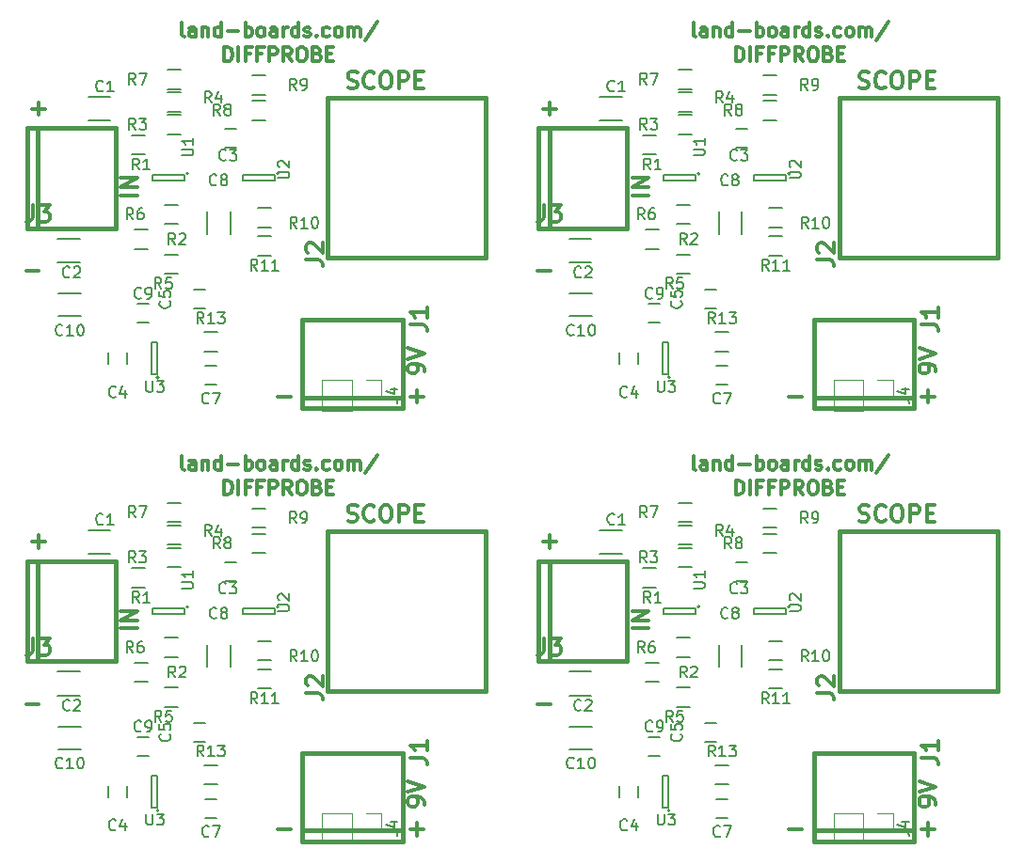
<source format=gto>
%MOIN*%
%OFA0B0*%
%FSLAX46Y46*%
%IPPOS*%
%LPD*%
%ADD10C,0.011811023622047244*%
%ADD11C,0.0125*%
%ADD12C,0.005905511811023622*%
%ADD13C,0.015000000000000001*%
%ADD14C,0.0047244094488188976*%
%ADD15C,0.012000000000000002*%
%ADD26C,0.011811023622047244*%
%ADD27C,0.0125*%
%ADD28C,0.005905511811023622*%
%ADD29C,0.015000000000000001*%
%ADD30C,0.0047244094488188976*%
%ADD31C,0.012000000000000002*%
%ADD32C,0.011811023622047244*%
%ADD33C,0.0125*%
%ADD34C,0.005905511811023622*%
%ADD35C,0.015000000000000001*%
%ADD36C,0.0047244094488188976*%
%ADD37C,0.012000000000000002*%
%ADD38C,0.011811023622047244*%
%ADD39C,0.0125*%
%ADD40C,0.005905511811023622*%
%ADD41C,0.015000000000000001*%
%ADD42C,0.0047244094488188976*%
%ADD43C,0.012000000000000002*%
G01*
D10*
X0001165635Y0001157199D02*
X0001174071Y0001154386D01*
X0001188132Y0001154386D01*
X0001193757Y0001157199D01*
X0001196569Y0001160011D01*
X0001199381Y0001165635D01*
X0001199381Y0001171259D01*
X0001196569Y0001176884D01*
X0001193757Y0001179696D01*
X0001188132Y0001182508D01*
X0001176884Y0001185320D01*
X0001171259Y0001188132D01*
X0001168447Y0001190944D01*
X0001165635Y0001196569D01*
X0001165635Y0001202193D01*
X0001168447Y0001207817D01*
X0001171259Y0001210629D01*
X0001176884Y0001213442D01*
X0001190944Y0001213442D01*
X0001199381Y0001210629D01*
X0001258436Y0001160011D02*
X0001255624Y0001157199D01*
X0001247187Y0001154386D01*
X0001241563Y0001154386D01*
X0001233127Y0001157199D01*
X0001227502Y0001162823D01*
X0001224690Y0001168447D01*
X0001221878Y0001179696D01*
X0001221878Y0001188132D01*
X0001224690Y0001199381D01*
X0001227502Y0001205005D01*
X0001233127Y0001210629D01*
X0001241563Y0001213442D01*
X0001247187Y0001213442D01*
X0001255624Y0001210629D01*
X0001258436Y0001207817D01*
X0001294994Y0001213442D02*
X0001306242Y0001213442D01*
X0001311867Y0001210629D01*
X0001317491Y0001205005D01*
X0001320303Y0001193757D01*
X0001320303Y0001174072D01*
X0001317491Y0001162823D01*
X0001311867Y0001157199D01*
X0001306242Y0001154386D01*
X0001294994Y0001154386D01*
X0001289370Y0001157199D01*
X0001283745Y0001162823D01*
X0001280933Y0001174072D01*
X0001280933Y0001193757D01*
X0001283745Y0001205005D01*
X0001289370Y0001210629D01*
X0001294994Y0001213442D01*
X0001345613Y0001154386D02*
X0001345613Y0001213442D01*
X0001368110Y0001213442D01*
X0001373734Y0001210629D01*
X0001376546Y0001207817D01*
X0001379358Y0001202193D01*
X0001379358Y0001193757D01*
X0001376546Y0001188132D01*
X0001373734Y0001185320D01*
X0001368110Y0001182508D01*
X0001345613Y0001182508D01*
X0001404668Y0001185320D02*
X0001424353Y0001185320D01*
X0001432789Y0001154386D02*
X0001404668Y0001154386D01*
X0001404668Y0001213442D01*
X0001432789Y0001213442D01*
X0000420416Y0000776152D02*
X0000361361Y0000776152D01*
X0000420416Y0000804274D02*
X0000361361Y0000804274D01*
X0000420416Y0000838020D01*
X0000361361Y0000838020D01*
X0001436715Y0000150764D02*
X0001436715Y0000162013D01*
X0001433903Y0000167637D01*
X0001431091Y0000170449D01*
X0001422654Y0000176074D01*
X0001411406Y0000178886D01*
X0001388908Y0000178886D01*
X0001383284Y0000176074D01*
X0001380472Y0000173262D01*
X0001377660Y0000167637D01*
X0001377660Y0000156389D01*
X0001380472Y0000150764D01*
X0001383284Y0000147952D01*
X0001388908Y0000145140D01*
X0001402969Y0000145140D01*
X0001408593Y0000147952D01*
X0001411406Y0000150764D01*
X0001414218Y0000156389D01*
X0001414218Y0000167637D01*
X0001411406Y0000173262D01*
X0001408593Y0000176074D01*
X0001402969Y0000178886D01*
X0001377660Y0000195759D02*
X0001436715Y0000215444D01*
X0001377660Y0000235129D01*
X0000917502Y0000063104D02*
X0000962497Y0000063104D01*
X0001387502Y0000063104D02*
X0001432497Y0000063104D01*
X0001410000Y0000040607D02*
X0001410000Y0000085601D01*
X0000047502Y0001083104D02*
X0000092497Y0001083104D01*
X0000070000Y0001060607D02*
X0000070000Y0001105601D01*
X0000026715Y0000507592D02*
X0000071709Y0000507592D01*
D11*
X0000585476Y0001338453D02*
X0000580714Y0001340834D01*
X0000578333Y0001345596D01*
X0000578333Y0001388453D01*
X0000625952Y0001338453D02*
X0000625952Y0001364644D01*
X0000623571Y0001369406D01*
X0000618809Y0001371787D01*
X0000609285Y0001371787D01*
X0000604523Y0001369406D01*
X0000625952Y0001340834D02*
X0000621190Y0001338453D01*
X0000609285Y0001338453D01*
X0000604523Y0001340834D01*
X0000602142Y0001345596D01*
X0000602142Y0001350358D01*
X0000604523Y0001355120D01*
X0000609285Y0001357501D01*
X0000621190Y0001357501D01*
X0000625952Y0001359882D01*
X0000649761Y0001371787D02*
X0000649761Y0001338453D01*
X0000649761Y0001367025D02*
X0000652142Y0001369406D01*
X0000656904Y0001371787D01*
X0000664047Y0001371787D01*
X0000668809Y0001369406D01*
X0000671190Y0001364644D01*
X0000671190Y0001338453D01*
X0000716428Y0001338453D02*
X0000716428Y0001388453D01*
X0000716428Y0001340834D02*
X0000711666Y0001338453D01*
X0000702142Y0001338453D01*
X0000697380Y0001340834D01*
X0000695000Y0001343215D01*
X0000692619Y0001347977D01*
X0000692619Y0001362263D01*
X0000695000Y0001367025D01*
X0000697380Y0001369406D01*
X0000702142Y0001371787D01*
X0000711666Y0001371787D01*
X0000716428Y0001369406D01*
X0000740238Y0001357501D02*
X0000778333Y0001357501D01*
X0000802142Y0001338453D02*
X0000802142Y0001388453D01*
X0000802142Y0001369406D02*
X0000806904Y0001371787D01*
X0000816428Y0001371787D01*
X0000821190Y0001369406D01*
X0000823571Y0001367025D01*
X0000825952Y0001362263D01*
X0000825952Y0001347977D01*
X0000823571Y0001343215D01*
X0000821190Y0001340834D01*
X0000816428Y0001338453D01*
X0000806904Y0001338453D01*
X0000802142Y0001340834D01*
X0000854523Y0001338453D02*
X0000849761Y0001340834D01*
X0000847380Y0001343215D01*
X0000845000Y0001347977D01*
X0000845000Y0001362263D01*
X0000847380Y0001367025D01*
X0000849761Y0001369406D01*
X0000854523Y0001371787D01*
X0000861666Y0001371787D01*
X0000866428Y0001369406D01*
X0000868809Y0001367025D01*
X0000871190Y0001362263D01*
X0000871190Y0001347977D01*
X0000868809Y0001343215D01*
X0000866428Y0001340834D01*
X0000861666Y0001338453D01*
X0000854523Y0001338453D01*
X0000914047Y0001338453D02*
X0000914047Y0001364644D01*
X0000911666Y0001369406D01*
X0000906904Y0001371787D01*
X0000897380Y0001371787D01*
X0000892619Y0001369406D01*
X0000914047Y0001340834D02*
X0000909285Y0001338453D01*
X0000897380Y0001338453D01*
X0000892619Y0001340834D01*
X0000890238Y0001345596D01*
X0000890238Y0001350358D01*
X0000892619Y0001355120D01*
X0000897380Y0001357501D01*
X0000909285Y0001357501D01*
X0000914047Y0001359882D01*
X0000937857Y0001338453D02*
X0000937857Y0001371787D01*
X0000937857Y0001362263D02*
X0000940238Y0001367025D01*
X0000942619Y0001369406D01*
X0000947380Y0001371787D01*
X0000952142Y0001371787D01*
X0000990238Y0001338453D02*
X0000990238Y0001388453D01*
X0000990238Y0001340834D02*
X0000985476Y0001338453D01*
X0000975952Y0001338453D01*
X0000971190Y0001340834D01*
X0000968809Y0001343215D01*
X0000966428Y0001347977D01*
X0000966428Y0001362263D01*
X0000968809Y0001367025D01*
X0000971190Y0001369406D01*
X0000975952Y0001371787D01*
X0000985476Y0001371787D01*
X0000990238Y0001369406D01*
X0001011666Y0001340834D02*
X0001016428Y0001338453D01*
X0001025952Y0001338453D01*
X0001030714Y0001340834D01*
X0001033095Y0001345596D01*
X0001033095Y0001347977D01*
X0001030714Y0001352739D01*
X0001025952Y0001355120D01*
X0001018809Y0001355120D01*
X0001014047Y0001357501D01*
X0001011666Y0001362263D01*
X0001011666Y0001364644D01*
X0001014047Y0001369406D01*
X0001018809Y0001371787D01*
X0001025952Y0001371787D01*
X0001030714Y0001369406D01*
X0001054523Y0001343215D02*
X0001056904Y0001340834D01*
X0001054523Y0001338453D01*
X0001052142Y0001340834D01*
X0001054523Y0001343215D01*
X0001054523Y0001338453D01*
X0001099761Y0001340834D02*
X0001095000Y0001338453D01*
X0001085476Y0001338453D01*
X0001080714Y0001340834D01*
X0001078333Y0001343215D01*
X0001075952Y0001347977D01*
X0001075952Y0001362263D01*
X0001078333Y0001367025D01*
X0001080714Y0001369406D01*
X0001085476Y0001371787D01*
X0001095000Y0001371787D01*
X0001099761Y0001369406D01*
X0001128333Y0001338453D02*
X0001123571Y0001340834D01*
X0001121190Y0001343215D01*
X0001118809Y0001347977D01*
X0001118809Y0001362263D01*
X0001121190Y0001367025D01*
X0001123571Y0001369406D01*
X0001128333Y0001371787D01*
X0001135476Y0001371787D01*
X0001140238Y0001369406D01*
X0001142619Y0001367025D01*
X0001145000Y0001362263D01*
X0001145000Y0001347977D01*
X0001142619Y0001343215D01*
X0001140238Y0001340834D01*
X0001135476Y0001338453D01*
X0001128333Y0001338453D01*
X0001166428Y0001338453D02*
X0001166428Y0001371787D01*
X0001166428Y0001367025D02*
X0001168809Y0001369406D01*
X0001173571Y0001371787D01*
X0001180714Y0001371787D01*
X0001185476Y0001369406D01*
X0001187857Y0001364644D01*
X0001187857Y0001338453D01*
X0001187857Y0001364644D02*
X0001190238Y0001369406D01*
X0001195000Y0001371787D01*
X0001202142Y0001371787D01*
X0001206904Y0001369406D01*
X0001209285Y0001364644D01*
X0001209285Y0001338453D01*
X0001268809Y0001390834D02*
X0001225952Y0001326549D01*
X0000728333Y0001250953D02*
X0000728333Y0001300953D01*
X0000740238Y0001300953D01*
X0000747380Y0001298572D01*
X0000752142Y0001293810D01*
X0000754523Y0001289049D01*
X0000756904Y0001279525D01*
X0000756904Y0001272382D01*
X0000754523Y0001262858D01*
X0000752142Y0001258096D01*
X0000747380Y0001253334D01*
X0000740238Y0001250953D01*
X0000728333Y0001250953D01*
X0000778333Y0001250953D02*
X0000778333Y0001300953D01*
X0000818809Y0001277144D02*
X0000802142Y0001277144D01*
X0000802142Y0001250953D02*
X0000802142Y0001300953D01*
X0000825952Y0001300953D01*
X0000861666Y0001277144D02*
X0000845000Y0001277144D01*
X0000845000Y0001250953D02*
X0000845000Y0001300953D01*
X0000868809Y0001300953D01*
X0000887857Y0001250953D02*
X0000887857Y0001300953D01*
X0000906904Y0001300953D01*
X0000911666Y0001298572D01*
X0000914047Y0001296191D01*
X0000916428Y0001291429D01*
X0000916428Y0001284287D01*
X0000914047Y0001279525D01*
X0000911666Y0001277144D01*
X0000906904Y0001274763D01*
X0000887857Y0001274763D01*
X0000966428Y0001250953D02*
X0000949761Y0001274763D01*
X0000937857Y0001250953D02*
X0000937857Y0001300953D01*
X0000956904Y0001300953D01*
X0000961666Y0001298572D01*
X0000964047Y0001296191D01*
X0000966428Y0001291429D01*
X0000966428Y0001284287D01*
X0000964047Y0001279525D01*
X0000961666Y0001277144D01*
X0000956904Y0001274763D01*
X0000937857Y0001274763D01*
X0000997380Y0001300953D02*
X0001006904Y0001300953D01*
X0001011666Y0001298572D01*
X0001016428Y0001293810D01*
X0001018809Y0001284287D01*
X0001018809Y0001267620D01*
X0001016428Y0001258096D01*
X0001011666Y0001253334D01*
X0001006904Y0001250953D01*
X0000997380Y0001250953D01*
X0000992619Y0001253334D01*
X0000987857Y0001258096D01*
X0000985476Y0001267620D01*
X0000985476Y0001284287D01*
X0000987857Y0001293810D01*
X0000992619Y0001298572D01*
X0000997380Y0001300953D01*
X0001056904Y0001277144D02*
X0001064047Y0001274763D01*
X0001066428Y0001272382D01*
X0001068809Y0001267620D01*
X0001068809Y0001260477D01*
X0001066428Y0001255715D01*
X0001064047Y0001253334D01*
X0001059285Y0001250953D01*
X0001040238Y0001250953D01*
X0001040238Y0001300953D01*
X0001056904Y0001300953D01*
X0001061666Y0001298572D01*
X0001064047Y0001296191D01*
X0001066428Y0001291429D01*
X0001066428Y0001286668D01*
X0001064047Y0001281906D01*
X0001061666Y0001279525D01*
X0001056904Y0001277144D01*
X0001040238Y0001277144D01*
X0001090238Y0001277144D02*
X0001106904Y0001277144D01*
X0001114047Y0001250953D02*
X0001090238Y0001250953D01*
X0001090238Y0001300953D01*
X0001114047Y0001300953D01*
D12*
X0000324803Y0001040354D02*
X0000246062Y0001040354D01*
X0000246062Y0001125000D02*
X0000324803Y0001125000D01*
X0000216535Y0000538385D02*
X0000137795Y0000538385D01*
X0000137795Y0000623031D02*
X0000216535Y0000623031D01*
X0000769685Y0001010787D02*
X0000730314Y0001010787D01*
X0000730314Y0000943858D02*
X0000769685Y0000943858D01*
X0000383464Y0000177637D02*
X0000383464Y0000217007D01*
X0000316535Y0000217007D02*
X0000316535Y0000177637D01*
X0000659685Y0000440787D02*
X0000620314Y0000440787D01*
X0000620314Y0000373858D02*
X0000659685Y0000373858D01*
X0000699685Y0000170787D02*
X0000660314Y0000170787D01*
X0000660314Y0000103858D02*
X0000699685Y0000103858D01*
X0000459685Y0000390787D02*
X0000420314Y0000390787D01*
X0000420314Y0000323858D02*
X0000459685Y0000323858D01*
X0000446850Y0000920275D02*
X0000399606Y0000920275D01*
X0000399606Y0000989173D02*
X0000446850Y0000989173D01*
X0000456692Y0000585629D02*
X0000409448Y0000585629D01*
X0000409448Y0000654527D02*
X0000456692Y0000654527D01*
X0000526377Y0001061771D02*
X0000573622Y0001061771D01*
X0000573622Y0000992874D02*
X0000526377Y0000992874D01*
X0000526377Y0001141771D02*
X0000573622Y0001141771D01*
X0000573622Y0001072873D02*
X0000526377Y0001072873D01*
X0000564960Y0000497047D02*
X0000517716Y0000497047D01*
X0000517716Y0000565944D02*
X0000564960Y0000565944D01*
X0000517716Y0000743110D02*
X0000564960Y0000743110D01*
X0000564960Y0000674212D02*
X0000517716Y0000674212D01*
X0000526377Y0001221771D02*
X0000573622Y0001221771D01*
X0000573622Y0001152874D02*
X0000526377Y0001152874D01*
X0000826377Y0001111771D02*
X0000873622Y0001111771D01*
X0000873622Y0001042874D02*
X0000826377Y0001042874D01*
X0000826377Y0001201771D02*
X0000873622Y0001201771D01*
X0000873622Y0001132874D02*
X0000826377Y0001132874D01*
X0000846377Y0000731771D02*
X0000893622Y0000731771D01*
X0000893622Y0000662874D02*
X0000846377Y0000662874D01*
X0000893622Y0000562874D02*
X0000846377Y0000562874D01*
X0000846377Y0000631771D02*
X0000893622Y0000631771D01*
X0000656377Y0000291771D02*
X0000703622Y0000291771D01*
X0000703622Y0000222874D02*
X0000656377Y0000222874D01*
D13*
X0001358740Y0000020157D02*
X0001004409Y0000020157D01*
X0001358740Y0000059527D02*
X0001004409Y0000059527D01*
X0001358740Y0000335118D02*
X0001004409Y0000335118D01*
X0001004409Y0000020157D02*
X0001004409Y0000335118D01*
X0001358740Y0000020157D02*
X0001358740Y0000335118D01*
X0000029133Y0000659763D02*
X0000029133Y0001014094D01*
X0000068503Y0000659763D02*
X0000068503Y0001014094D01*
X0000344094Y0000659763D02*
X0000344094Y0001014094D01*
X0000029133Y0001014094D02*
X0000344094Y0001014094D01*
X0000029133Y0000659763D02*
X0000344094Y0000659763D01*
D12*
X0000587086Y0000847165D02*
X0000472913Y0000847165D01*
X0000472913Y0000847165D02*
X0000472913Y0000827480D01*
X0000472913Y0000827480D02*
X0000587086Y0000827480D01*
X0000587086Y0000827480D02*
X0000587086Y0000847165D01*
X0000600866Y0000853070D02*
G75*
G03*
X0000600866Y0000853070I-0000003937D01*
G01*
X0000907086Y0000847165D02*
X0000792913Y0000847165D01*
X0000792913Y0000847165D02*
X0000792913Y0000827480D01*
X0000792913Y0000827480D02*
X0000907086Y0000827480D01*
X0000907086Y0000827480D02*
X0000907086Y0000847165D01*
X0000920866Y0000853070D02*
G75*
G03*
X0000920866Y0000853070I-0000003937D01*
G01*
X0000489842Y0000140236D02*
X0000489842Y0000254409D01*
X0000489842Y0000254409D02*
X0000470157Y0000254409D01*
X0000470157Y0000254409D02*
X0000470157Y0000140236D01*
X0000470157Y0000140236D02*
X0000489842Y0000140236D01*
X0000495748Y0000130393D02*
G75*
G03*
X0000495748Y0000130393I-0000003937D01*
G01*
D13*
X0001095300Y0001120322D02*
X0001095300Y0000553422D01*
X0001655100Y0000553422D02*
X0001096000Y0000553422D01*
X0001654900Y0001120522D02*
X0001654900Y0000553622D01*
X0001096000Y0001120322D02*
X0001655100Y0001120322D01*
D12*
X0000219370Y0000427677D02*
X0000140629Y0000427677D01*
X0000140629Y0000346968D02*
X0000219370Y0000346968D01*
X0000668307Y0000718503D02*
X0000668307Y0000639763D01*
X0000749015Y0000639763D02*
X0000749015Y0000718503D01*
D14*
X0001284724Y0000122047D02*
X0001284724Y0000067322D01*
X0001230000Y0000122047D02*
X0001284724Y0000122047D01*
X0001180000Y0000012598D02*
X0001180000Y0000122047D01*
X0001075275Y0000012598D02*
X0001180000Y0000012598D01*
X0001075275Y0000122047D02*
X0001075275Y0000012598D01*
X0001180000Y0000122047D02*
X0001075275Y0000122047D01*
D12*
X0000298556Y0001147356D02*
X0000296681Y0001145481D01*
X0000291057Y0001143607D01*
X0000287307Y0001143607D01*
X0000281683Y0001145481D01*
X0000277933Y0001149231D01*
X0000276059Y0001152980D01*
X0000274184Y0001160479D01*
X0000274184Y0001166104D01*
X0000276059Y0001173603D01*
X0000277933Y0001177352D01*
X0000281683Y0001181102D01*
X0000287307Y0001182977D01*
X0000291057Y0001182977D01*
X0000296681Y0001181102D01*
X0000298556Y0001179227D01*
X0000336051Y0001143607D02*
X0000313554Y0001143607D01*
X0000324803Y0001143607D02*
X0000324803Y0001182977D01*
X0000321053Y0001177352D01*
X0000317304Y0001173603D01*
X0000313554Y0001171728D01*
X0000180446Y0000487907D02*
X0000178571Y0000486033D01*
X0000172947Y0000484158D01*
X0000169197Y0000484158D01*
X0000163573Y0000486033D01*
X0000159823Y0000489782D01*
X0000157948Y0000493532D01*
X0000156074Y0000501031D01*
X0000156074Y0000506655D01*
X0000157948Y0000514154D01*
X0000159823Y0000517904D01*
X0000163573Y0000521653D01*
X0000169197Y0000523528D01*
X0000172947Y0000523528D01*
X0000178571Y0000521653D01*
X0000180446Y0000519778D01*
X0000195444Y0000519778D02*
X0000197319Y0000521653D01*
X0000201068Y0000523528D01*
X0000210442Y0000523528D01*
X0000214191Y0000521653D01*
X0000216066Y0000519778D01*
X0000217941Y0000516029D01*
X0000217941Y0000512279D01*
X0000216066Y0000506655D01*
X0000193569Y0000484158D01*
X0000217941Y0000484158D01*
X0000733438Y0000903262D02*
X0000731563Y0000901387D01*
X0000725939Y0000899512D01*
X0000722189Y0000899512D01*
X0000716565Y0000901387D01*
X0000712815Y0000905136D01*
X0000710941Y0000908886D01*
X0000709066Y0000916385D01*
X0000709066Y0000922009D01*
X0000710941Y0000929508D01*
X0000712815Y0000933258D01*
X0000716565Y0000937007D01*
X0000722189Y0000938882D01*
X0000725939Y0000938882D01*
X0000731563Y0000937007D01*
X0000733438Y0000935133D01*
X0000746561Y0000938882D02*
X0000770933Y0000938882D01*
X0000757810Y0000923884D01*
X0000763434Y0000923884D01*
X0000767184Y0000922009D01*
X0000769058Y0000920135D01*
X0000770933Y0000916385D01*
X0000770933Y0000907011D01*
X0000769058Y0000903262D01*
X0000767184Y0000901387D01*
X0000763434Y0000899512D01*
X0000752185Y0000899512D01*
X0000748436Y0000901387D01*
X0000746561Y0000903262D01*
X0000343438Y0000063262D02*
X0000341563Y0000061387D01*
X0000335939Y0000059512D01*
X0000332189Y0000059512D01*
X0000326565Y0000061387D01*
X0000322815Y0000065136D01*
X0000320941Y0000068886D01*
X0000319066Y0000076385D01*
X0000319066Y0000082009D01*
X0000320941Y0000089508D01*
X0000322815Y0000093258D01*
X0000326565Y0000097007D01*
X0000332189Y0000098882D01*
X0000335939Y0000098882D01*
X0000341563Y0000097007D01*
X0000343438Y0000095133D01*
X0000377184Y0000085759D02*
X0000377184Y0000059512D01*
X0000367810Y0000100757D02*
X0000358436Y0000072635D01*
X0000382808Y0000072635D01*
X0000534060Y0000400761D02*
X0000535935Y0000398886D01*
X0000537810Y0000393262D01*
X0000537810Y0000389512D01*
X0000535935Y0000383888D01*
X0000532185Y0000380138D01*
X0000528436Y0000378263D01*
X0000520937Y0000376389D01*
X0000515313Y0000376389D01*
X0000507814Y0000378263D01*
X0000504064Y0000380138D01*
X0000500314Y0000383888D01*
X0000498440Y0000389512D01*
X0000498440Y0000393262D01*
X0000500314Y0000398886D01*
X0000502189Y0000400761D01*
X0000498440Y0000436381D02*
X0000498440Y0000417634D01*
X0000517187Y0000415759D01*
X0000515313Y0000417634D01*
X0000513438Y0000421383D01*
X0000513438Y0000430757D01*
X0000515313Y0000434506D01*
X0000517187Y0000436381D01*
X0000520937Y0000438256D01*
X0000530311Y0000438256D01*
X0000534060Y0000436381D01*
X0000535935Y0000434506D01*
X0000537810Y0000430757D01*
X0000537810Y0000421383D01*
X0000535935Y0000417634D01*
X0000534060Y0000415759D01*
X0000673438Y0000040584D02*
X0000671563Y0000038710D01*
X0000665939Y0000036835D01*
X0000662189Y0000036835D01*
X0000656565Y0000038710D01*
X0000652815Y0000042459D01*
X0000650941Y0000046209D01*
X0000649066Y0000053708D01*
X0000649066Y0000059332D01*
X0000650941Y0000066831D01*
X0000652815Y0000070581D01*
X0000656565Y0000074330D01*
X0000662189Y0000076205D01*
X0000665939Y0000076205D01*
X0000671563Y0000074330D01*
X0000673438Y0000072455D01*
X0000686561Y0000076205D02*
X0000712808Y0000076205D01*
X0000695935Y0000036835D01*
X0000433438Y0000413262D02*
X0000431563Y0000411387D01*
X0000425939Y0000409512D01*
X0000422189Y0000409512D01*
X0000416565Y0000411387D01*
X0000412815Y0000415136D01*
X0000410941Y0000418886D01*
X0000409066Y0000426385D01*
X0000409066Y0000432009D01*
X0000410941Y0000439508D01*
X0000412815Y0000443258D01*
X0000416565Y0000447007D01*
X0000422189Y0000448882D01*
X0000425939Y0000448882D01*
X0000431563Y0000447007D01*
X0000433438Y0000445133D01*
X0000452185Y0000409512D02*
X0000459685Y0000409512D01*
X0000463434Y0000411387D01*
X0000465309Y0000413262D01*
X0000469058Y0000418886D01*
X0000470933Y0000426385D01*
X0000470933Y0000441383D01*
X0000469058Y0000445133D01*
X0000467184Y0000447007D01*
X0000463434Y0000448882D01*
X0000455935Y0000448882D01*
X0000452185Y0000447007D01*
X0000450311Y0000445133D01*
X0000448436Y0000441383D01*
X0000448436Y0000432009D01*
X0000450311Y0000428260D01*
X0000452185Y0000426385D01*
X0000455935Y0000424510D01*
X0000463434Y0000424510D01*
X0000467184Y0000426385D01*
X0000469058Y0000428260D01*
X0000470933Y0000432009D01*
X0000426666Y0000866914D02*
X0000413543Y0000885661D01*
X0000404169Y0000866914D02*
X0000404169Y0000906284D01*
X0000419167Y0000906284D01*
X0000422917Y0000904409D01*
X0000424791Y0000902534D01*
X0000426666Y0000898785D01*
X0000426666Y0000893160D01*
X0000424791Y0000889411D01*
X0000422917Y0000887536D01*
X0000419167Y0000885661D01*
X0000404169Y0000885661D01*
X0000464161Y0000866914D02*
X0000441664Y0000866914D01*
X0000452913Y0000866914D02*
X0000452913Y0000906284D01*
X0000449163Y0000900659D01*
X0000445414Y0000896910D01*
X0000441664Y0000895035D01*
X0000554461Y0000602268D02*
X0000541338Y0000621016D01*
X0000531964Y0000602268D02*
X0000531964Y0000641638D01*
X0000546962Y0000641638D01*
X0000550712Y0000639763D01*
X0000552587Y0000637888D01*
X0000554461Y0000634139D01*
X0000554461Y0000628515D01*
X0000552587Y0000624765D01*
X0000550712Y0000622890D01*
X0000546962Y0000621016D01*
X0000531964Y0000621016D01*
X0000569460Y0000637888D02*
X0000571334Y0000639763D01*
X0000575084Y0000641638D01*
X0000584458Y0000641638D01*
X0000588207Y0000639763D01*
X0000590082Y0000637888D01*
X0000591957Y0000634139D01*
X0000591957Y0000630389D01*
X0000590082Y0000624765D01*
X0000567585Y0000602268D01*
X0000591957Y0000602268D01*
X0000413438Y0001009512D02*
X0000400314Y0001028260D01*
X0000390941Y0001009512D02*
X0000390941Y0001048882D01*
X0000405939Y0001048882D01*
X0000409688Y0001047007D01*
X0000411563Y0001045133D01*
X0000413438Y0001041383D01*
X0000413438Y0001035759D01*
X0000411563Y0001032009D01*
X0000409688Y0001030135D01*
X0000405939Y0001028260D01*
X0000390941Y0001028260D01*
X0000426561Y0001048882D02*
X0000450933Y0001048882D01*
X0000437810Y0001033884D01*
X0000443434Y0001033884D01*
X0000447184Y0001032009D01*
X0000449058Y0001030135D01*
X0000450933Y0001026385D01*
X0000450933Y0001017011D01*
X0000449058Y0001013262D01*
X0000447184Y0001011387D01*
X0000443434Y0001009512D01*
X0000432185Y0001009512D01*
X0000428436Y0001011387D01*
X0000426561Y0001013262D01*
X0000682414Y0001104237D02*
X0000669291Y0001122984D01*
X0000659917Y0001104237D02*
X0000659917Y0001143607D01*
X0000674915Y0001143607D01*
X0000678665Y0001141732D01*
X0000680539Y0001139857D01*
X0000682414Y0001136107D01*
X0000682414Y0001130483D01*
X0000680539Y0001126734D01*
X0000678665Y0001124859D01*
X0000674915Y0001122984D01*
X0000659917Y0001122984D01*
X0000716160Y0001130483D02*
X0000716160Y0001104237D01*
X0000706786Y0001145481D02*
X0000697412Y0001117360D01*
X0000721784Y0001117360D01*
X0000505249Y0000444788D02*
X0000492125Y0000463535D01*
X0000482752Y0000444788D02*
X0000482752Y0000484158D01*
X0000497750Y0000484158D01*
X0000501499Y0000482283D01*
X0000503374Y0000480408D01*
X0000505249Y0000476659D01*
X0000505249Y0000471034D01*
X0000503374Y0000467285D01*
X0000501499Y0000465410D01*
X0000497750Y0000463535D01*
X0000482752Y0000463535D01*
X0000540869Y0000484158D02*
X0000522122Y0000484158D01*
X0000520247Y0000465410D01*
X0000522122Y0000467285D01*
X0000525871Y0000469160D01*
X0000535245Y0000469160D01*
X0000538995Y0000467285D01*
X0000540869Y0000465410D01*
X0000542744Y0000461661D01*
X0000542744Y0000452287D01*
X0000540869Y0000448537D01*
X0000538995Y0000446662D01*
X0000535245Y0000444788D01*
X0000525871Y0000444788D01*
X0000522122Y0000446662D01*
X0000520247Y0000448537D01*
X0000404776Y0000690851D02*
X0000391653Y0000709598D01*
X0000382279Y0000690851D02*
X0000382279Y0000730221D01*
X0000397277Y0000730221D01*
X0000401027Y0000728346D01*
X0000402902Y0000726471D01*
X0000404776Y0000722722D01*
X0000404776Y0000717097D01*
X0000402902Y0000713348D01*
X0000401027Y0000711473D01*
X0000397277Y0000709598D01*
X0000382279Y0000709598D01*
X0000438522Y0000730221D02*
X0000431023Y0000730221D01*
X0000427274Y0000728346D01*
X0000425399Y0000726471D01*
X0000421649Y0000720847D01*
X0000419775Y0000713348D01*
X0000419775Y0000698350D01*
X0000421649Y0000694600D01*
X0000423524Y0000692725D01*
X0000427274Y0000690851D01*
X0000434773Y0000690851D01*
X0000438522Y0000692725D01*
X0000440397Y0000694600D01*
X0000442272Y0000698350D01*
X0000442272Y0000707724D01*
X0000440397Y0000711473D01*
X0000438522Y0000713348D01*
X0000434773Y0000715223D01*
X0000427274Y0000715223D01*
X0000423524Y0000713348D01*
X0000421649Y0000711473D01*
X0000419775Y0000707724D01*
X0000413438Y0001169512D02*
X0000400314Y0001188260D01*
X0000390941Y0001169512D02*
X0000390941Y0001208882D01*
X0000405939Y0001208882D01*
X0000409688Y0001207007D01*
X0000411563Y0001205133D01*
X0000413438Y0001201383D01*
X0000413438Y0001195759D01*
X0000411563Y0001192009D01*
X0000409688Y0001190135D01*
X0000405939Y0001188260D01*
X0000390941Y0001188260D01*
X0000426561Y0001208882D02*
X0000452808Y0001208882D01*
X0000435935Y0001169512D01*
X0000713438Y0001059512D02*
X0000700314Y0001078260D01*
X0000690941Y0001059512D02*
X0000690941Y0001098882D01*
X0000705939Y0001098882D01*
X0000709688Y0001097007D01*
X0000711563Y0001095133D01*
X0000713438Y0001091383D01*
X0000713438Y0001085759D01*
X0000711563Y0001082009D01*
X0000709688Y0001080135D01*
X0000705939Y0001078260D01*
X0000690941Y0001078260D01*
X0000735935Y0001082009D02*
X0000732185Y0001083884D01*
X0000730311Y0001085759D01*
X0000728436Y0001089508D01*
X0000728436Y0001091383D01*
X0000730311Y0001095133D01*
X0000732185Y0001097007D01*
X0000735935Y0001098882D01*
X0000743434Y0001098882D01*
X0000747184Y0001097007D01*
X0000749058Y0001095133D01*
X0000750933Y0001091383D01*
X0000750933Y0001089508D01*
X0000749058Y0001085759D01*
X0000747184Y0001083884D01*
X0000743434Y0001082009D01*
X0000735935Y0001082009D01*
X0000732185Y0001080135D01*
X0000730311Y0001078260D01*
X0000728436Y0001074510D01*
X0000728436Y0001067011D01*
X0000730311Y0001063262D01*
X0000732185Y0001061387D01*
X0000735935Y0001059512D01*
X0000743434Y0001059512D01*
X0000747184Y0001061387D01*
X0000749058Y0001063262D01*
X0000750933Y0001067011D01*
X0000750933Y0001074510D01*
X0000749058Y0001078260D01*
X0000747184Y0001080135D01*
X0000743434Y0001082009D01*
X0000983438Y0001149512D02*
X0000970314Y0001168260D01*
X0000960941Y0001149512D02*
X0000960941Y0001188882D01*
X0000975939Y0001188882D01*
X0000979688Y0001187007D01*
X0000981563Y0001185133D01*
X0000983438Y0001181383D01*
X0000983438Y0001175759D01*
X0000981563Y0001172009D01*
X0000979688Y0001170135D01*
X0000975939Y0001168260D01*
X0000960941Y0001168260D01*
X0001002185Y0001149512D02*
X0001009685Y0001149512D01*
X0001013434Y0001151387D01*
X0001015309Y0001153262D01*
X0001019058Y0001158886D01*
X0001020933Y0001166385D01*
X0001020933Y0001181383D01*
X0001019058Y0001185133D01*
X0001017184Y0001187007D01*
X0001013434Y0001188882D01*
X0001005935Y0001188882D01*
X0001002185Y0001187007D01*
X0001000311Y0001185133D01*
X0000998436Y0001181383D01*
X0000998436Y0001172009D01*
X0001000311Y0001168260D01*
X0001002185Y0001166385D01*
X0001005935Y0001164510D01*
X0001013434Y0001164510D01*
X0001017184Y0001166385D01*
X0001019058Y0001168260D01*
X0001020933Y0001172009D01*
X0000984690Y0000659512D02*
X0000971567Y0000678260D01*
X0000962193Y0000659512D02*
X0000962193Y0000698882D01*
X0000977191Y0000698882D01*
X0000980941Y0000697007D01*
X0000982815Y0000695133D01*
X0000984690Y0000691383D01*
X0000984690Y0000685759D01*
X0000982815Y0000682009D01*
X0000980941Y0000680135D01*
X0000977191Y0000678260D01*
X0000962193Y0000678260D01*
X0001022185Y0000659512D02*
X0000999688Y0000659512D01*
X0001010937Y0000659512D02*
X0001010937Y0000698882D01*
X0001007187Y0000693258D01*
X0001003438Y0000689508D01*
X0000999688Y0000687634D01*
X0001046557Y0000698882D02*
X0001050307Y0000698882D01*
X0001054056Y0000697007D01*
X0001055931Y0000695133D01*
X0001057806Y0000691383D01*
X0001059681Y0000683884D01*
X0001059681Y0000674510D01*
X0001057806Y0000667011D01*
X0001055931Y0000663262D01*
X0001054056Y0000661387D01*
X0001050307Y0000659512D01*
X0001046557Y0000659512D01*
X0001042808Y0000661387D01*
X0001040933Y0000663262D01*
X0001039058Y0000667011D01*
X0001037184Y0000674510D01*
X0001037184Y0000683884D01*
X0001039058Y0000691383D01*
X0001040933Y0000695133D01*
X0001042808Y0000697007D01*
X0001046557Y0000698882D01*
X0000844690Y0000509512D02*
X0000831567Y0000528260D01*
X0000822193Y0000509512D02*
X0000822193Y0000548882D01*
X0000837191Y0000548882D01*
X0000840941Y0000547007D01*
X0000842815Y0000545133D01*
X0000844690Y0000541383D01*
X0000844690Y0000535759D01*
X0000842815Y0000532009D01*
X0000840941Y0000530135D01*
X0000837191Y0000528260D01*
X0000822193Y0000528260D01*
X0000882185Y0000509512D02*
X0000859688Y0000509512D01*
X0000870937Y0000509512D02*
X0000870937Y0000548882D01*
X0000867187Y0000543258D01*
X0000863438Y0000539508D01*
X0000859688Y0000537634D01*
X0000919681Y0000509512D02*
X0000897184Y0000509512D01*
X0000908432Y0000509512D02*
X0000908432Y0000548882D01*
X0000904683Y0000543258D01*
X0000900933Y0000539508D01*
X0000897184Y0000537634D01*
X0000654690Y0000322189D02*
X0000641567Y0000340937D01*
X0000632193Y0000322189D02*
X0000632193Y0000361559D01*
X0000647191Y0000361559D01*
X0000650941Y0000359685D01*
X0000652815Y0000357810D01*
X0000654690Y0000354060D01*
X0000654690Y0000348436D01*
X0000652815Y0000344686D01*
X0000650941Y0000342812D01*
X0000647191Y0000340937D01*
X0000632193Y0000340937D01*
X0000692185Y0000322189D02*
X0000669688Y0000322189D01*
X0000680937Y0000322189D02*
X0000680937Y0000361559D01*
X0000677187Y0000355935D01*
X0000673438Y0000352185D01*
X0000669688Y0000350311D01*
X0000705309Y0000361559D02*
X0000729681Y0000361559D01*
X0000716557Y0000346561D01*
X0000722182Y0000346561D01*
X0000725931Y0000344686D01*
X0000727806Y0000342812D01*
X0000729681Y0000339062D01*
X0000729681Y0000329688D01*
X0000727806Y0000325939D01*
X0000725931Y0000324064D01*
X0000722182Y0000322189D01*
X0000710933Y0000322189D01*
X0000707184Y0000324064D01*
X0000705309Y0000325939D01*
D15*
X0001387142Y0000317322D02*
X0001430000Y0000317322D01*
X0001438571Y0000314465D01*
X0001444285Y0000308751D01*
X0001447142Y0000300180D01*
X0001447142Y0000294465D01*
X0001447142Y0000377322D02*
X0001447142Y0000343037D01*
X0001447142Y0000360180D02*
X0001387142Y0000360180D01*
X0001395714Y0000354465D01*
X0001401428Y0000348751D01*
X0001404285Y0000343037D01*
X0000048897Y0000741518D02*
X0000048897Y0000698661D01*
X0000046040Y0000690090D01*
X0000040326Y0000684375D01*
X0000031754Y0000681518D01*
X0000026040Y0000681518D01*
X0000071754Y0000741518D02*
X0000108897Y0000741518D01*
X0000088897Y0000718661D01*
X0000097469Y0000718661D01*
X0000103183Y0000715804D01*
X0000106040Y0000712947D01*
X0000108897Y0000707232D01*
X0000108897Y0000692947D01*
X0000106040Y0000687232D01*
X0000103183Y0000684375D01*
X0000097469Y0000681518D01*
X0000080326Y0000681518D01*
X0000074611Y0000684375D01*
X0000071754Y0000687232D01*
D12*
X0000578440Y0000917326D02*
X0000610311Y0000917326D01*
X0000614060Y0000919201D01*
X0000615935Y0000921076D01*
X0000617810Y0000924825D01*
X0000617810Y0000932324D01*
X0000615935Y0000936074D01*
X0000614060Y0000937949D01*
X0000610311Y0000939823D01*
X0000578440Y0000939823D01*
X0000617810Y0000979193D02*
X0000617810Y0000956696D01*
X0000617810Y0000967945D02*
X0000578440Y0000967945D01*
X0000584064Y0000964195D01*
X0000587814Y0000960446D01*
X0000589688Y0000956696D01*
X0000918440Y0000837326D02*
X0000950311Y0000837326D01*
X0000954060Y0000839201D01*
X0000955935Y0000841076D01*
X0000957810Y0000844825D01*
X0000957810Y0000852324D01*
X0000955935Y0000856074D01*
X0000954060Y0000857949D01*
X0000950311Y0000859823D01*
X0000918440Y0000859823D01*
X0000922189Y0000876696D02*
X0000920314Y0000878571D01*
X0000918440Y0000882320D01*
X0000918440Y0000891694D01*
X0000920314Y0000895444D01*
X0000922189Y0000897319D01*
X0000925939Y0000899193D01*
X0000929688Y0000899193D01*
X0000935313Y0000897319D01*
X0000957810Y0000874821D01*
X0000957810Y0000899193D01*
X0000451972Y0000118488D02*
X0000451972Y0000086617D01*
X0000453847Y0000082868D01*
X0000455721Y0000080993D01*
X0000459471Y0000079118D01*
X0000466970Y0000079118D01*
X0000470719Y0000080993D01*
X0000472594Y0000082868D01*
X0000474469Y0000086617D01*
X0000474469Y0000118488D01*
X0000489467Y0000118488D02*
X0000513839Y0000118488D01*
X0000500716Y0000103490D01*
X0000506340Y0000103490D01*
X0000510089Y0000101616D01*
X0000511964Y0000099741D01*
X0000513839Y0000095991D01*
X0000513839Y0000086617D01*
X0000511964Y0000082868D01*
X0000510089Y0000080993D01*
X0000506340Y0000079118D01*
X0000495091Y0000079118D01*
X0000491342Y0000080993D01*
X0000489467Y0000082868D01*
D15*
X0001017142Y0000547322D02*
X0001060000Y0000547322D01*
X0001068571Y0000544465D01*
X0001074285Y0000538751D01*
X0001077142Y0000530180D01*
X0001077142Y0000524465D01*
X0001022857Y0000573037D02*
X0001020000Y0000575894D01*
X0001017142Y0000581608D01*
X0001017142Y0000595894D01*
X0001020000Y0000601608D01*
X0001022857Y0000604465D01*
X0001028571Y0000607322D01*
X0001034285Y0000607322D01*
X0001042857Y0000604465D01*
X0001077142Y0000570180D01*
X0001077142Y0000607322D01*
D12*
X0000154690Y0000282710D02*
X0000152815Y0000280836D01*
X0000147191Y0000278961D01*
X0000143442Y0000278961D01*
X0000137817Y0000280836D01*
X0000134068Y0000284585D01*
X0000132193Y0000288335D01*
X0000130318Y0000295834D01*
X0000130318Y0000301458D01*
X0000132193Y0000308957D01*
X0000134068Y0000312707D01*
X0000137817Y0000316456D01*
X0000143442Y0000318331D01*
X0000147191Y0000318331D01*
X0000152815Y0000316456D01*
X0000154690Y0000314581D01*
X0000192185Y0000278961D02*
X0000169688Y0000278961D01*
X0000180937Y0000278961D02*
X0000180937Y0000318331D01*
X0000177187Y0000312707D01*
X0000173438Y0000308957D01*
X0000169688Y0000307082D01*
X0000216557Y0000318331D02*
X0000220307Y0000318331D01*
X0000224056Y0000316456D01*
X0000225931Y0000314581D01*
X0000227806Y0000310832D01*
X0000229681Y0000303333D01*
X0000229681Y0000293959D01*
X0000227806Y0000286460D01*
X0000225931Y0000282710D01*
X0000224056Y0000280836D01*
X0000220307Y0000278961D01*
X0000216557Y0000278961D01*
X0000212808Y0000280836D01*
X0000210933Y0000282710D01*
X0000209058Y0000286460D01*
X0000207184Y0000293959D01*
X0000207184Y0000303333D01*
X0000209058Y0000310832D01*
X0000210933Y0000314581D01*
X0000212808Y0000316456D01*
X0000216557Y0000318331D01*
X0000700446Y0000814521D02*
X0000698571Y0000812647D01*
X0000692947Y0000810772D01*
X0000689197Y0000810772D01*
X0000683573Y0000812647D01*
X0000679823Y0000816396D01*
X0000677948Y0000820146D01*
X0000676074Y0000827645D01*
X0000676074Y0000833269D01*
X0000677948Y0000840768D01*
X0000679823Y0000844518D01*
X0000683573Y0000848267D01*
X0000689197Y0000850142D01*
X0000692947Y0000850142D01*
X0000698571Y0000848267D01*
X0000700446Y0000846392D01*
X0000722943Y0000833269D02*
X0000719193Y0000835144D01*
X0000717319Y0000837019D01*
X0000715444Y0000840768D01*
X0000715444Y0000842643D01*
X0000717319Y0000846392D01*
X0000719193Y0000848267D01*
X0000722943Y0000850142D01*
X0000730442Y0000850142D01*
X0000734191Y0000848267D01*
X0000736066Y0000846392D01*
X0000737941Y0000842643D01*
X0000737941Y0000840768D01*
X0000736066Y0000837019D01*
X0000734191Y0000835144D01*
X0000730442Y0000833269D01*
X0000722943Y0000833269D01*
X0000719193Y0000831394D01*
X0000717319Y0000829520D01*
X0000715444Y0000825770D01*
X0000715444Y0000818271D01*
X0000717319Y0000814521D01*
X0000719193Y0000812647D01*
X0000722943Y0000810772D01*
X0000730442Y0000810772D01*
X0000734191Y0000812647D01*
X0000736066Y0000814521D01*
X0000737941Y0000818271D01*
X0000737941Y0000825770D01*
X0000736066Y0000829520D01*
X0000734191Y0000831394D01*
X0000730442Y0000833269D01*
X0001302534Y0000054199D02*
X0001330656Y0000054199D01*
X0001336280Y0000052324D01*
X0001340029Y0000048575D01*
X0001341904Y0000042950D01*
X0001341904Y0000039201D01*
X0001315657Y0000089820D02*
X0001341904Y0000089820D01*
X0001300659Y0000080446D02*
X0001328781Y0000071072D01*
X0001328781Y0000095444D01*
G04 next file*
G04 #@! TF.GenerationSoftware,KiCad,Pcbnew,(5.1.10)-1*
G04 #@! TF.CreationDate,2022-01-17T16:42:43-05:00*
G04 #@! TF.ProjectId,DiffProbe,44696666-5072-46f6-9265-2e6b69636164,X1*
G04 #@! TF.SameCoordinates,Original*
G04 #@! TF.FileFunction,Legend,Top*
G04 #@! TF.FilePolarity,Positive*
G04 Gerber Fmt 4.6, Leading zero omitted, Abs format (unit mm)*
G04 Created by KiCad (PCBNEW (5.1.10)-1) date 2022-01-17 16:42:43*
G01*
G04 APERTURE LIST*
G04 APERTURE END LIST*
D26*
X0002976659Y0001157199D02*
X0002985095Y0001154386D01*
X0002999156Y0001154386D01*
X0003004780Y0001157199D01*
X0003007592Y0001160011D01*
X0003010404Y0001165635D01*
X0003010404Y0001171259D01*
X0003007592Y0001176884D01*
X0003004780Y0001179696D01*
X0002999156Y0001182508D01*
X0002987907Y0001185320D01*
X0002982283Y0001188132D01*
X0002979471Y0001190944D01*
X0002976659Y0001196569D01*
X0002976659Y0001202193D01*
X0002979471Y0001207817D01*
X0002982283Y0001210629D01*
X0002987907Y0001213442D01*
X0003001968Y0001213442D01*
X0003010404Y0001210629D01*
X0003069460Y0001160011D02*
X0003066647Y0001157199D01*
X0003058211Y0001154386D01*
X0003052587Y0001154386D01*
X0003044150Y0001157199D01*
X0003038526Y0001162823D01*
X0003035714Y0001168447D01*
X0003032902Y0001179696D01*
X0003032902Y0001188132D01*
X0003035714Y0001199381D01*
X0003038526Y0001205005D01*
X0003044150Y0001210629D01*
X0003052587Y0001213442D01*
X0003058211Y0001213442D01*
X0003066647Y0001210629D01*
X0003069460Y0001207817D01*
X0003106017Y0001213442D02*
X0003117266Y0001213442D01*
X0003122890Y0001210629D01*
X0003128515Y0001205005D01*
X0003131327Y0001193757D01*
X0003131327Y0001174072D01*
X0003128515Y0001162823D01*
X0003122890Y0001157199D01*
X0003117266Y0001154386D01*
X0003106017Y0001154386D01*
X0003100393Y0001157199D01*
X0003094769Y0001162823D01*
X0003091957Y0001174072D01*
X0003091957Y0001193757D01*
X0003094769Y0001205005D01*
X0003100393Y0001210629D01*
X0003106017Y0001213442D01*
X0003156636Y0001154386D02*
X0003156636Y0001213442D01*
X0003179133Y0001213442D01*
X0003184758Y0001210629D01*
X0003187570Y0001207817D01*
X0003190382Y0001202193D01*
X0003190382Y0001193757D01*
X0003187570Y0001188132D01*
X0003184758Y0001185320D01*
X0003179133Y0001182508D01*
X0003156636Y0001182508D01*
X0003215691Y0001185320D02*
X0003235376Y0001185320D01*
X0003243813Y0001154386D02*
X0003215691Y0001154386D01*
X0003215691Y0001213442D01*
X0003243813Y0001213442D01*
X0002231439Y0000776152D02*
X0002172384Y0000776152D01*
X0002231439Y0000804274D02*
X0002172384Y0000804274D01*
X0002231439Y0000838020D01*
X0002172384Y0000838020D01*
X0003247739Y0000150764D02*
X0003247739Y0000162013D01*
X0003244926Y0000167637D01*
X0003242114Y0000170449D01*
X0003233678Y0000176074D01*
X0003222429Y0000178886D01*
X0003199932Y0000178886D01*
X0003194308Y0000176074D01*
X0003191496Y0000173262D01*
X0003188683Y0000167637D01*
X0003188683Y0000156389D01*
X0003191496Y0000150764D01*
X0003194308Y0000147952D01*
X0003199932Y0000145140D01*
X0003213993Y0000145140D01*
X0003219617Y0000147952D01*
X0003222429Y0000150764D01*
X0003225241Y0000156389D01*
X0003225241Y0000167637D01*
X0003222429Y0000173262D01*
X0003219617Y0000176074D01*
X0003213993Y0000178886D01*
X0003188683Y0000195759D02*
X0003247739Y0000215444D01*
X0003188683Y0000235129D01*
X0002728526Y0000063104D02*
X0002773520Y0000063104D01*
X0003198526Y0000063104D02*
X0003243520Y0000063104D01*
X0003221023Y0000040607D02*
X0003221023Y0000085601D01*
X0001858526Y0001083104D02*
X0001903520Y0001083104D01*
X0001881023Y0001060607D02*
X0001881023Y0001105601D01*
X0001837739Y0000507592D02*
X0001882733Y0000507592D01*
D27*
X0002396499Y0001338453D02*
X0002391737Y0001340834D01*
X0002389356Y0001345596D01*
X0002389356Y0001388453D01*
X0002436975Y0001338453D02*
X0002436975Y0001364644D01*
X0002434595Y0001369406D01*
X0002429833Y0001371787D01*
X0002420309Y0001371787D01*
X0002415547Y0001369406D01*
X0002436975Y0001340834D02*
X0002432214Y0001338453D01*
X0002420309Y0001338453D01*
X0002415547Y0001340834D01*
X0002413166Y0001345596D01*
X0002413166Y0001350358D01*
X0002415547Y0001355120D01*
X0002420309Y0001357501D01*
X0002432214Y0001357501D01*
X0002436975Y0001359882D01*
X0002460785Y0001371787D02*
X0002460785Y0001338453D01*
X0002460785Y0001367025D02*
X0002463166Y0001369406D01*
X0002467928Y0001371787D01*
X0002475071Y0001371787D01*
X0002479833Y0001369406D01*
X0002482214Y0001364644D01*
X0002482214Y0001338453D01*
X0002527452Y0001338453D02*
X0002527452Y0001388453D01*
X0002527452Y0001340834D02*
X0002522690Y0001338453D01*
X0002513166Y0001338453D01*
X0002508404Y0001340834D01*
X0002506023Y0001343215D01*
X0002503642Y0001347977D01*
X0002503642Y0001362263D01*
X0002506023Y0001367025D01*
X0002508404Y0001369406D01*
X0002513166Y0001371787D01*
X0002522690Y0001371787D01*
X0002527452Y0001369406D01*
X0002551261Y0001357501D02*
X0002589356Y0001357501D01*
X0002613166Y0001338453D02*
X0002613166Y0001388453D01*
X0002613166Y0001369406D02*
X0002617928Y0001371787D01*
X0002627452Y0001371787D01*
X0002632214Y0001369406D01*
X0002634595Y0001367025D01*
X0002636975Y0001362263D01*
X0002636975Y0001347977D01*
X0002634595Y0001343215D01*
X0002632214Y0001340834D01*
X0002627452Y0001338453D01*
X0002617928Y0001338453D01*
X0002613166Y0001340834D01*
X0002665547Y0001338453D02*
X0002660785Y0001340834D01*
X0002658404Y0001343215D01*
X0002656023Y0001347977D01*
X0002656023Y0001362263D01*
X0002658404Y0001367025D01*
X0002660785Y0001369406D01*
X0002665547Y0001371787D01*
X0002672690Y0001371787D01*
X0002677452Y0001369406D01*
X0002679833Y0001367025D01*
X0002682214Y0001362263D01*
X0002682214Y0001347977D01*
X0002679833Y0001343215D01*
X0002677452Y0001340834D01*
X0002672690Y0001338453D01*
X0002665547Y0001338453D01*
X0002725071Y0001338453D02*
X0002725071Y0001364644D01*
X0002722690Y0001369406D01*
X0002717928Y0001371787D01*
X0002708404Y0001371787D01*
X0002703642Y0001369406D01*
X0002725071Y0001340834D02*
X0002720309Y0001338453D01*
X0002708404Y0001338453D01*
X0002703642Y0001340834D01*
X0002701261Y0001345596D01*
X0002701261Y0001350358D01*
X0002703642Y0001355120D01*
X0002708404Y0001357501D01*
X0002720309Y0001357501D01*
X0002725071Y0001359882D01*
X0002748880Y0001338453D02*
X0002748880Y0001371787D01*
X0002748880Y0001362263D02*
X0002751261Y0001367025D01*
X0002753642Y0001369406D01*
X0002758404Y0001371787D01*
X0002763166Y0001371787D01*
X0002801261Y0001338453D02*
X0002801261Y0001388453D01*
X0002801261Y0001340834D02*
X0002796499Y0001338453D01*
X0002786975Y0001338453D01*
X0002782214Y0001340834D01*
X0002779833Y0001343215D01*
X0002777452Y0001347977D01*
X0002777452Y0001362263D01*
X0002779833Y0001367025D01*
X0002782214Y0001369406D01*
X0002786975Y0001371787D01*
X0002796499Y0001371787D01*
X0002801261Y0001369406D01*
X0002822690Y0001340834D02*
X0002827452Y0001338453D01*
X0002836975Y0001338453D01*
X0002841737Y0001340834D01*
X0002844118Y0001345596D01*
X0002844118Y0001347977D01*
X0002841737Y0001352739D01*
X0002836975Y0001355120D01*
X0002829833Y0001355120D01*
X0002825071Y0001357501D01*
X0002822690Y0001362263D01*
X0002822690Y0001364644D01*
X0002825071Y0001369406D01*
X0002829833Y0001371787D01*
X0002836975Y0001371787D01*
X0002841737Y0001369406D01*
X0002865547Y0001343215D02*
X0002867928Y0001340834D01*
X0002865547Y0001338453D01*
X0002863166Y0001340834D01*
X0002865547Y0001343215D01*
X0002865547Y0001338453D01*
X0002910785Y0001340834D02*
X0002906023Y0001338453D01*
X0002896499Y0001338453D01*
X0002891737Y0001340834D01*
X0002889356Y0001343215D01*
X0002886975Y0001347977D01*
X0002886975Y0001362263D01*
X0002889356Y0001367025D01*
X0002891737Y0001369406D01*
X0002896499Y0001371787D01*
X0002906023Y0001371787D01*
X0002910785Y0001369406D01*
X0002939356Y0001338453D02*
X0002934595Y0001340834D01*
X0002932214Y0001343215D01*
X0002929833Y0001347977D01*
X0002929833Y0001362263D01*
X0002932214Y0001367025D01*
X0002934595Y0001369406D01*
X0002939356Y0001371787D01*
X0002946499Y0001371787D01*
X0002951261Y0001369406D01*
X0002953642Y0001367025D01*
X0002956023Y0001362263D01*
X0002956023Y0001347977D01*
X0002953642Y0001343215D01*
X0002951261Y0001340834D01*
X0002946499Y0001338453D01*
X0002939356Y0001338453D01*
X0002977452Y0001338453D02*
X0002977452Y0001371787D01*
X0002977452Y0001367025D02*
X0002979833Y0001369406D01*
X0002984595Y0001371787D01*
X0002991737Y0001371787D01*
X0002996499Y0001369406D01*
X0002998880Y0001364644D01*
X0002998880Y0001338453D01*
X0002998880Y0001364644D02*
X0003001261Y0001369406D01*
X0003006023Y0001371787D01*
X0003013166Y0001371787D01*
X0003017928Y0001369406D01*
X0003020309Y0001364644D01*
X0003020309Y0001338453D01*
X0003079833Y0001390834D02*
X0003036975Y0001326549D01*
X0002539356Y0001250953D02*
X0002539356Y0001300953D01*
X0002551261Y0001300953D01*
X0002558404Y0001298572D01*
X0002563166Y0001293810D01*
X0002565547Y0001289049D01*
X0002567928Y0001279525D01*
X0002567928Y0001272382D01*
X0002565547Y0001262858D01*
X0002563166Y0001258096D01*
X0002558404Y0001253334D01*
X0002551261Y0001250953D01*
X0002539356Y0001250953D01*
X0002589356Y0001250953D02*
X0002589356Y0001300953D01*
X0002629833Y0001277144D02*
X0002613166Y0001277144D01*
X0002613166Y0001250953D02*
X0002613166Y0001300953D01*
X0002636975Y0001300953D01*
X0002672690Y0001277144D02*
X0002656023Y0001277144D01*
X0002656023Y0001250953D02*
X0002656023Y0001300953D01*
X0002679833Y0001300953D01*
X0002698880Y0001250953D02*
X0002698880Y0001300953D01*
X0002717928Y0001300953D01*
X0002722690Y0001298572D01*
X0002725071Y0001296191D01*
X0002727452Y0001291429D01*
X0002727452Y0001284287D01*
X0002725071Y0001279525D01*
X0002722690Y0001277144D01*
X0002717928Y0001274763D01*
X0002698880Y0001274763D01*
X0002777452Y0001250953D02*
X0002760785Y0001274763D01*
X0002748880Y0001250953D02*
X0002748880Y0001300953D01*
X0002767928Y0001300953D01*
X0002772690Y0001298572D01*
X0002775071Y0001296191D01*
X0002777452Y0001291429D01*
X0002777452Y0001284287D01*
X0002775071Y0001279525D01*
X0002772690Y0001277144D01*
X0002767928Y0001274763D01*
X0002748880Y0001274763D01*
X0002808404Y0001300953D02*
X0002817928Y0001300953D01*
X0002822690Y0001298572D01*
X0002827452Y0001293810D01*
X0002829833Y0001284287D01*
X0002829833Y0001267620D01*
X0002827452Y0001258096D01*
X0002822690Y0001253334D01*
X0002817928Y0001250953D01*
X0002808404Y0001250953D01*
X0002803642Y0001253334D01*
X0002798880Y0001258096D01*
X0002796499Y0001267620D01*
X0002796499Y0001284287D01*
X0002798880Y0001293810D01*
X0002803642Y0001298572D01*
X0002808404Y0001300953D01*
X0002867928Y0001277144D02*
X0002875071Y0001274763D01*
X0002877452Y0001272382D01*
X0002879833Y0001267620D01*
X0002879833Y0001260477D01*
X0002877452Y0001255715D01*
X0002875071Y0001253334D01*
X0002870309Y0001250953D01*
X0002851261Y0001250953D01*
X0002851261Y0001300953D01*
X0002867928Y0001300953D01*
X0002872690Y0001298572D01*
X0002875071Y0001296191D01*
X0002877452Y0001291429D01*
X0002877452Y0001286668D01*
X0002875071Y0001281906D01*
X0002872690Y0001279525D01*
X0002867928Y0001277144D01*
X0002851261Y0001277144D01*
X0002901261Y0001277144D02*
X0002917928Y0001277144D01*
X0002925071Y0001250953D02*
X0002901261Y0001250953D01*
X0002901261Y0001300953D01*
X0002925071Y0001300953D01*
D28*
X0002135826Y0001040354D02*
X0002057086Y0001040354D01*
X0002057086Y0001125000D02*
X0002135826Y0001125000D01*
X0002027559Y0000538385D02*
X0001948818Y0000538385D01*
X0001948818Y0000623031D02*
X0002027559Y0000623031D01*
X0002580708Y0001010787D02*
X0002541338Y0001010787D01*
X0002541338Y0000943858D02*
X0002580708Y0000943858D01*
X0002194488Y0000177637D02*
X0002194488Y0000217007D01*
X0002127559Y0000217007D02*
X0002127559Y0000177637D01*
X0002470708Y0000440787D02*
X0002431338Y0000440787D01*
X0002431338Y0000373858D02*
X0002470708Y0000373858D01*
X0002510708Y0000170787D02*
X0002471338Y0000170787D01*
X0002471338Y0000103858D02*
X0002510708Y0000103858D01*
X0002270708Y0000390787D02*
X0002231338Y0000390787D01*
X0002231338Y0000323858D02*
X0002270708Y0000323858D01*
X0002257874Y0000920275D02*
X0002210629Y0000920275D01*
X0002210629Y0000989173D02*
X0002257874Y0000989173D01*
X0002267716Y0000585629D02*
X0002220472Y0000585629D01*
X0002220472Y0000654527D02*
X0002267716Y0000654527D01*
X0002337401Y0001061771D02*
X0002384645Y0001061771D01*
X0002384645Y0000992874D02*
X0002337401Y0000992874D01*
X0002337401Y0001141771D02*
X0002384645Y0001141771D01*
X0002384645Y0001072873D02*
X0002337401Y0001072873D01*
X0002375984Y0000497047D02*
X0002328740Y0000497047D01*
X0002328740Y0000565944D02*
X0002375984Y0000565944D01*
X0002328740Y0000743110D02*
X0002375984Y0000743110D01*
X0002375984Y0000674212D02*
X0002328740Y0000674212D01*
X0002337401Y0001221771D02*
X0002384645Y0001221771D01*
X0002384645Y0001152874D02*
X0002337401Y0001152874D01*
X0002637401Y0001111771D02*
X0002684645Y0001111771D01*
X0002684645Y0001042874D02*
X0002637401Y0001042874D01*
X0002637401Y0001201771D02*
X0002684645Y0001201771D01*
X0002684645Y0001132874D02*
X0002637401Y0001132874D01*
X0002657401Y0000731771D02*
X0002704645Y0000731771D01*
X0002704645Y0000662874D02*
X0002657401Y0000662874D01*
X0002704645Y0000562874D02*
X0002657401Y0000562874D01*
X0002657401Y0000631771D02*
X0002704645Y0000631771D01*
X0002467401Y0000291771D02*
X0002514645Y0000291771D01*
X0002514645Y0000222874D02*
X0002467401Y0000222874D01*
D29*
X0003169763Y0000020157D02*
X0002815433Y0000020157D01*
X0003169763Y0000059527D02*
X0002815433Y0000059527D01*
X0003169763Y0000335118D02*
X0002815433Y0000335118D01*
X0002815433Y0000020157D02*
X0002815433Y0000335118D01*
X0003169763Y0000020157D02*
X0003169763Y0000335118D01*
X0001840157Y0000659763D02*
X0001840157Y0001014094D01*
X0001879527Y0000659763D02*
X0001879527Y0001014094D01*
X0002155118Y0000659763D02*
X0002155118Y0001014094D01*
X0001840157Y0001014094D02*
X0002155118Y0001014094D01*
X0001840157Y0000659763D02*
X0002155118Y0000659763D01*
D28*
X0002398110Y0000847165D02*
X0002283937Y0000847165D01*
X0002283937Y0000847165D02*
X0002283937Y0000827480D01*
X0002283937Y0000827480D02*
X0002398110Y0000827480D01*
X0002398110Y0000827480D02*
X0002398110Y0000847165D01*
X0002411889Y0000853070D02*
G75*
G03*
X0002411889Y0000853070I-0000003937D01*
G01*
X0002718110Y0000847165D02*
X0002603937Y0000847165D01*
X0002603937Y0000847165D02*
X0002603937Y0000827480D01*
X0002603937Y0000827480D02*
X0002718110Y0000827480D01*
X0002718110Y0000827480D02*
X0002718110Y0000847165D01*
X0002731889Y0000853070D02*
G75*
G03*
X0002731889Y0000853070I-0000003937D01*
G01*
X0002300866Y0000140236D02*
X0002300866Y0000254409D01*
X0002300866Y0000254409D02*
X0002281181Y0000254409D01*
X0002281181Y0000254409D02*
X0002281181Y0000140236D01*
X0002281181Y0000140236D02*
X0002300866Y0000140236D01*
X0002306771Y0000130393D02*
G75*
G03*
X0002306771Y0000130393I-0000003937D01*
G01*
D29*
X0002906323Y0001120322D02*
X0002906323Y0000553422D01*
X0003466123Y0000553422D02*
X0002907023Y0000553422D01*
X0003465923Y0001120522D02*
X0003465923Y0000553622D01*
X0002907023Y0001120322D02*
X0003466123Y0001120322D01*
D28*
X0002030393Y0000427677D02*
X0001951653Y0000427677D01*
X0001951653Y0000346968D02*
X0002030393Y0000346968D01*
X0002479330Y0000718503D02*
X0002479330Y0000639763D01*
X0002560039Y0000639763D02*
X0002560039Y0000718503D01*
D30*
X0003095748Y0000122047D02*
X0003095748Y0000067322D01*
X0003041023Y0000122047D02*
X0003095748Y0000122047D01*
X0002991023Y0000012598D02*
X0002991023Y0000122047D01*
X0002886299Y0000012598D02*
X0002991023Y0000012598D01*
X0002886299Y0000122047D02*
X0002886299Y0000012598D01*
X0002991023Y0000122047D02*
X0002886299Y0000122047D01*
D28*
X0002109580Y0001147356D02*
X0002107705Y0001145481D01*
X0002102080Y0001143607D01*
X0002098331Y0001143607D01*
X0002092707Y0001145481D01*
X0002088957Y0001149231D01*
X0002087082Y0001152980D01*
X0002085208Y0001160479D01*
X0002085208Y0001166104D01*
X0002087082Y0001173603D01*
X0002088957Y0001177352D01*
X0002092707Y0001181102D01*
X0002098331Y0001182977D01*
X0002102080Y0001182977D01*
X0002107705Y0001181102D01*
X0002109580Y0001179227D01*
X0002147075Y0001143607D02*
X0002124578Y0001143607D01*
X0002135826Y0001143607D02*
X0002135826Y0001182977D01*
X0002132077Y0001177352D01*
X0002128327Y0001173603D01*
X0002124578Y0001171728D01*
X0001991469Y0000487907D02*
X0001989595Y0000486033D01*
X0001983970Y0000484158D01*
X0001980221Y0000484158D01*
X0001974596Y0000486033D01*
X0001970847Y0000489782D01*
X0001968972Y0000493532D01*
X0001967097Y0000501031D01*
X0001967097Y0000506655D01*
X0001968972Y0000514154D01*
X0001970847Y0000517904D01*
X0001974596Y0000521653D01*
X0001980221Y0000523528D01*
X0001983970Y0000523528D01*
X0001989595Y0000521653D01*
X0001991469Y0000519778D01*
X0002006467Y0000519778D02*
X0002008342Y0000521653D01*
X0002012092Y0000523528D01*
X0002021466Y0000523528D01*
X0002025215Y0000521653D01*
X0002027090Y0000519778D01*
X0002028965Y0000516029D01*
X0002028965Y0000512279D01*
X0002027090Y0000506655D01*
X0002004593Y0000484158D01*
X0002028965Y0000484158D01*
X0002544461Y0000903262D02*
X0002542587Y0000901387D01*
X0002536962Y0000899512D01*
X0002533213Y0000899512D01*
X0002527589Y0000901387D01*
X0002523839Y0000905136D01*
X0002521964Y0000908886D01*
X0002520089Y0000916385D01*
X0002520089Y0000922009D01*
X0002521964Y0000929508D01*
X0002523839Y0000933258D01*
X0002527589Y0000937007D01*
X0002533213Y0000938882D01*
X0002536962Y0000938882D01*
X0002542587Y0000937007D01*
X0002544461Y0000935133D01*
X0002557585Y0000938882D02*
X0002581957Y0000938882D01*
X0002568833Y0000923884D01*
X0002574458Y0000923884D01*
X0002578207Y0000922009D01*
X0002580082Y0000920135D01*
X0002581957Y0000916385D01*
X0002581957Y0000907011D01*
X0002580082Y0000903262D01*
X0002578207Y0000901387D01*
X0002574458Y0000899512D01*
X0002563209Y0000899512D01*
X0002559460Y0000901387D01*
X0002557585Y0000903262D01*
X0002154461Y0000063262D02*
X0002152587Y0000061387D01*
X0002146962Y0000059512D01*
X0002143213Y0000059512D01*
X0002137589Y0000061387D01*
X0002133839Y0000065136D01*
X0002131964Y0000068886D01*
X0002130089Y0000076385D01*
X0002130089Y0000082009D01*
X0002131964Y0000089508D01*
X0002133839Y0000093258D01*
X0002137589Y0000097007D01*
X0002143213Y0000098882D01*
X0002146962Y0000098882D01*
X0002152587Y0000097007D01*
X0002154461Y0000095133D01*
X0002188207Y0000085759D02*
X0002188207Y0000059512D01*
X0002178833Y0000100757D02*
X0002169460Y0000072635D01*
X0002193832Y0000072635D01*
X0002345084Y0000400761D02*
X0002346959Y0000398886D01*
X0002348833Y0000393262D01*
X0002348833Y0000389512D01*
X0002346959Y0000383888D01*
X0002343209Y0000380138D01*
X0002339460Y0000378263D01*
X0002331960Y0000376389D01*
X0002326336Y0000376389D01*
X0002318837Y0000378263D01*
X0002315088Y0000380138D01*
X0002311338Y0000383888D01*
X0002309463Y0000389512D01*
X0002309463Y0000393262D01*
X0002311338Y0000398886D01*
X0002313213Y0000400761D01*
X0002309463Y0000436381D02*
X0002309463Y0000417634D01*
X0002328211Y0000415759D01*
X0002326336Y0000417634D01*
X0002324461Y0000421383D01*
X0002324461Y0000430757D01*
X0002326336Y0000434506D01*
X0002328211Y0000436381D01*
X0002331960Y0000438256D01*
X0002341334Y0000438256D01*
X0002345084Y0000436381D01*
X0002346959Y0000434506D01*
X0002348833Y0000430757D01*
X0002348833Y0000421383D01*
X0002346959Y0000417634D01*
X0002345084Y0000415759D01*
X0002484461Y0000040584D02*
X0002482587Y0000038710D01*
X0002476962Y0000036835D01*
X0002473213Y0000036835D01*
X0002467589Y0000038710D01*
X0002463839Y0000042459D01*
X0002461964Y0000046209D01*
X0002460089Y0000053708D01*
X0002460089Y0000059332D01*
X0002461964Y0000066831D01*
X0002463839Y0000070581D01*
X0002467589Y0000074330D01*
X0002473213Y0000076205D01*
X0002476962Y0000076205D01*
X0002482587Y0000074330D01*
X0002484461Y0000072455D01*
X0002497585Y0000076205D02*
X0002523832Y0000076205D01*
X0002506959Y0000036835D01*
X0002244461Y0000413262D02*
X0002242587Y0000411387D01*
X0002236962Y0000409512D01*
X0002233213Y0000409512D01*
X0002227589Y0000411387D01*
X0002223839Y0000415136D01*
X0002221964Y0000418886D01*
X0002220089Y0000426385D01*
X0002220089Y0000432009D01*
X0002221964Y0000439508D01*
X0002223839Y0000443258D01*
X0002227589Y0000447007D01*
X0002233213Y0000448882D01*
X0002236962Y0000448882D01*
X0002242587Y0000447007D01*
X0002244461Y0000445133D01*
X0002263209Y0000409512D02*
X0002270708Y0000409512D01*
X0002274458Y0000411387D01*
X0002276332Y0000413262D01*
X0002280082Y0000418886D01*
X0002281957Y0000426385D01*
X0002281957Y0000441383D01*
X0002280082Y0000445133D01*
X0002278207Y0000447007D01*
X0002274458Y0000448882D01*
X0002266959Y0000448882D01*
X0002263209Y0000447007D01*
X0002261334Y0000445133D01*
X0002259460Y0000441383D01*
X0002259460Y0000432009D01*
X0002261334Y0000428260D01*
X0002263209Y0000426385D01*
X0002266959Y0000424510D01*
X0002274458Y0000424510D01*
X0002278207Y0000426385D01*
X0002280082Y0000428260D01*
X0002281957Y0000432009D01*
X0002237690Y0000866914D02*
X0002224566Y0000885661D01*
X0002215193Y0000866914D02*
X0002215193Y0000906284D01*
X0002230191Y0000906284D01*
X0002233940Y0000904409D01*
X0002235815Y0000902534D01*
X0002237690Y0000898785D01*
X0002237690Y0000893160D01*
X0002235815Y0000889411D01*
X0002233940Y0000887536D01*
X0002230191Y0000885661D01*
X0002215193Y0000885661D01*
X0002275185Y0000866914D02*
X0002252688Y0000866914D01*
X0002263937Y0000866914D02*
X0002263937Y0000906284D01*
X0002260187Y0000900659D01*
X0002256437Y0000896910D01*
X0002252688Y0000895035D01*
X0002365485Y0000602268D02*
X0002352362Y0000621016D01*
X0002342988Y0000602268D02*
X0002342988Y0000641638D01*
X0002357986Y0000641638D01*
X0002361736Y0000639763D01*
X0002363610Y0000637888D01*
X0002365485Y0000634139D01*
X0002365485Y0000628515D01*
X0002363610Y0000624765D01*
X0002361736Y0000622890D01*
X0002357986Y0000621016D01*
X0002342988Y0000621016D01*
X0002380483Y0000637888D02*
X0002382358Y0000639763D01*
X0002386107Y0000641638D01*
X0002395481Y0000641638D01*
X0002399231Y0000639763D01*
X0002401106Y0000637888D01*
X0002402980Y0000634139D01*
X0002402980Y0000630389D01*
X0002401106Y0000624765D01*
X0002378608Y0000602268D01*
X0002402980Y0000602268D01*
X0002224461Y0001009512D02*
X0002211338Y0001028260D01*
X0002201964Y0001009512D02*
X0002201964Y0001048882D01*
X0002216962Y0001048882D01*
X0002220712Y0001047007D01*
X0002222587Y0001045133D01*
X0002224461Y0001041383D01*
X0002224461Y0001035759D01*
X0002222587Y0001032009D01*
X0002220712Y0001030135D01*
X0002216962Y0001028260D01*
X0002201964Y0001028260D01*
X0002237585Y0001048882D02*
X0002261957Y0001048882D01*
X0002248833Y0001033884D01*
X0002254458Y0001033884D01*
X0002258207Y0001032009D01*
X0002260082Y0001030135D01*
X0002261957Y0001026385D01*
X0002261957Y0001017011D01*
X0002260082Y0001013262D01*
X0002258207Y0001011387D01*
X0002254458Y0001009512D01*
X0002243209Y0001009512D01*
X0002239460Y0001011387D01*
X0002237585Y0001013262D01*
X0002493438Y0001104237D02*
X0002480314Y0001122984D01*
X0002470941Y0001104237D02*
X0002470941Y0001143607D01*
X0002485939Y0001143607D01*
X0002489688Y0001141732D01*
X0002491563Y0001139857D01*
X0002493438Y0001136107D01*
X0002493438Y0001130483D01*
X0002491563Y0001126734D01*
X0002489688Y0001124859D01*
X0002485939Y0001122984D01*
X0002470941Y0001122984D01*
X0002527184Y0001130483D02*
X0002527184Y0001104237D01*
X0002517810Y0001145481D02*
X0002508436Y0001117360D01*
X0002532808Y0001117360D01*
X0002316272Y0000444788D02*
X0002303149Y0000463535D01*
X0002293775Y0000444788D02*
X0002293775Y0000484158D01*
X0002308773Y0000484158D01*
X0002312523Y0000482283D01*
X0002314398Y0000480408D01*
X0002316272Y0000476659D01*
X0002316272Y0000471034D01*
X0002314398Y0000467285D01*
X0002312523Y0000465410D01*
X0002308773Y0000463535D01*
X0002293775Y0000463535D01*
X0002351893Y0000484158D02*
X0002333145Y0000484158D01*
X0002331271Y0000465410D01*
X0002333145Y0000467285D01*
X0002336895Y0000469160D01*
X0002346269Y0000469160D01*
X0002350018Y0000467285D01*
X0002351893Y0000465410D01*
X0002353768Y0000461661D01*
X0002353768Y0000452287D01*
X0002351893Y0000448537D01*
X0002350018Y0000446662D01*
X0002346269Y0000444788D01*
X0002336895Y0000444788D01*
X0002333145Y0000446662D01*
X0002331271Y0000448537D01*
X0002215800Y0000690851D02*
X0002202677Y0000709598D01*
X0002193303Y0000690851D02*
X0002193303Y0000730221D01*
X0002208301Y0000730221D01*
X0002212050Y0000728346D01*
X0002213925Y0000726471D01*
X0002215800Y0000722722D01*
X0002215800Y0000717097D01*
X0002213925Y0000713348D01*
X0002212050Y0000711473D01*
X0002208301Y0000709598D01*
X0002193303Y0000709598D01*
X0002249546Y0000730221D02*
X0002242047Y0000730221D01*
X0002238297Y0000728346D01*
X0002236422Y0000726471D01*
X0002232673Y0000720847D01*
X0002230798Y0000713348D01*
X0002230798Y0000698350D01*
X0002232673Y0000694600D01*
X0002234548Y0000692725D01*
X0002238297Y0000690851D01*
X0002245796Y0000690851D01*
X0002249546Y0000692725D01*
X0002251421Y0000694600D01*
X0002253295Y0000698350D01*
X0002253295Y0000707724D01*
X0002251421Y0000711473D01*
X0002249546Y0000713348D01*
X0002245796Y0000715223D01*
X0002238297Y0000715223D01*
X0002234548Y0000713348D01*
X0002232673Y0000711473D01*
X0002230798Y0000707724D01*
X0002224461Y0001169512D02*
X0002211338Y0001188260D01*
X0002201964Y0001169512D02*
X0002201964Y0001208882D01*
X0002216962Y0001208882D01*
X0002220712Y0001207007D01*
X0002222587Y0001205133D01*
X0002224461Y0001201383D01*
X0002224461Y0001195759D01*
X0002222587Y0001192009D01*
X0002220712Y0001190135D01*
X0002216962Y0001188260D01*
X0002201964Y0001188260D01*
X0002237585Y0001208882D02*
X0002263832Y0001208882D01*
X0002246959Y0001169512D01*
X0002524461Y0001059512D02*
X0002511338Y0001078260D01*
X0002501964Y0001059512D02*
X0002501964Y0001098882D01*
X0002516962Y0001098882D01*
X0002520712Y0001097007D01*
X0002522587Y0001095133D01*
X0002524461Y0001091383D01*
X0002524461Y0001085759D01*
X0002522587Y0001082009D01*
X0002520712Y0001080135D01*
X0002516962Y0001078260D01*
X0002501964Y0001078260D01*
X0002546959Y0001082009D02*
X0002543209Y0001083884D01*
X0002541334Y0001085759D01*
X0002539460Y0001089508D01*
X0002539460Y0001091383D01*
X0002541334Y0001095133D01*
X0002543209Y0001097007D01*
X0002546959Y0001098882D01*
X0002554458Y0001098882D01*
X0002558207Y0001097007D01*
X0002560082Y0001095133D01*
X0002561957Y0001091383D01*
X0002561957Y0001089508D01*
X0002560082Y0001085759D01*
X0002558207Y0001083884D01*
X0002554458Y0001082009D01*
X0002546959Y0001082009D01*
X0002543209Y0001080135D01*
X0002541334Y0001078260D01*
X0002539460Y0001074510D01*
X0002539460Y0001067011D01*
X0002541334Y0001063262D01*
X0002543209Y0001061387D01*
X0002546959Y0001059512D01*
X0002554458Y0001059512D01*
X0002558207Y0001061387D01*
X0002560082Y0001063262D01*
X0002561957Y0001067011D01*
X0002561957Y0001074510D01*
X0002560082Y0001078260D01*
X0002558207Y0001080135D01*
X0002554458Y0001082009D01*
X0002794461Y0001149512D02*
X0002781338Y0001168260D01*
X0002771964Y0001149512D02*
X0002771964Y0001188882D01*
X0002786962Y0001188882D01*
X0002790712Y0001187007D01*
X0002792587Y0001185133D01*
X0002794461Y0001181383D01*
X0002794461Y0001175759D01*
X0002792587Y0001172009D01*
X0002790712Y0001170135D01*
X0002786962Y0001168260D01*
X0002771964Y0001168260D01*
X0002813209Y0001149512D02*
X0002820708Y0001149512D01*
X0002824458Y0001151387D01*
X0002826332Y0001153262D01*
X0002830082Y0001158886D01*
X0002831957Y0001166385D01*
X0002831957Y0001181383D01*
X0002830082Y0001185133D01*
X0002828207Y0001187007D01*
X0002824458Y0001188882D01*
X0002816959Y0001188882D01*
X0002813209Y0001187007D01*
X0002811334Y0001185133D01*
X0002809460Y0001181383D01*
X0002809460Y0001172009D01*
X0002811334Y0001168260D01*
X0002813209Y0001166385D01*
X0002816959Y0001164510D01*
X0002824458Y0001164510D01*
X0002828207Y0001166385D01*
X0002830082Y0001168260D01*
X0002831957Y0001172009D01*
X0002795714Y0000659512D02*
X0002782590Y0000678260D01*
X0002773217Y0000659512D02*
X0002773217Y0000698882D01*
X0002788215Y0000698882D01*
X0002791964Y0000697007D01*
X0002793839Y0000695133D01*
X0002795714Y0000691383D01*
X0002795714Y0000685759D01*
X0002793839Y0000682009D01*
X0002791964Y0000680135D01*
X0002788215Y0000678260D01*
X0002773217Y0000678260D01*
X0002833209Y0000659512D02*
X0002810712Y0000659512D01*
X0002821960Y0000659512D02*
X0002821960Y0000698882D01*
X0002818211Y0000693258D01*
X0002814461Y0000689508D01*
X0002810712Y0000687634D01*
X0002857581Y0000698882D02*
X0002861331Y0000698882D01*
X0002865080Y0000697007D01*
X0002866955Y0000695133D01*
X0002868830Y0000691383D01*
X0002870704Y0000683884D01*
X0002870704Y0000674510D01*
X0002868830Y0000667011D01*
X0002866955Y0000663262D01*
X0002865080Y0000661387D01*
X0002861331Y0000659512D01*
X0002857581Y0000659512D01*
X0002853832Y0000661387D01*
X0002851957Y0000663262D01*
X0002850082Y0000667011D01*
X0002848207Y0000674510D01*
X0002848207Y0000683884D01*
X0002850082Y0000691383D01*
X0002851957Y0000695133D01*
X0002853832Y0000697007D01*
X0002857581Y0000698882D01*
X0002655714Y0000509512D02*
X0002642590Y0000528260D01*
X0002633217Y0000509512D02*
X0002633217Y0000548882D01*
X0002648215Y0000548882D01*
X0002651964Y0000547007D01*
X0002653839Y0000545133D01*
X0002655714Y0000541383D01*
X0002655714Y0000535759D01*
X0002653839Y0000532009D01*
X0002651964Y0000530135D01*
X0002648215Y0000528260D01*
X0002633217Y0000528260D01*
X0002693209Y0000509512D02*
X0002670712Y0000509512D01*
X0002681960Y0000509512D02*
X0002681960Y0000548882D01*
X0002678211Y0000543258D01*
X0002674461Y0000539508D01*
X0002670712Y0000537634D01*
X0002730704Y0000509512D02*
X0002708207Y0000509512D01*
X0002719456Y0000509512D02*
X0002719456Y0000548882D01*
X0002715706Y0000543258D01*
X0002711957Y0000539508D01*
X0002708207Y0000537634D01*
X0002465714Y0000322189D02*
X0002452590Y0000340937D01*
X0002443217Y0000322189D02*
X0002443217Y0000361559D01*
X0002458215Y0000361559D01*
X0002461964Y0000359685D01*
X0002463839Y0000357810D01*
X0002465714Y0000354060D01*
X0002465714Y0000348436D01*
X0002463839Y0000344686D01*
X0002461964Y0000342812D01*
X0002458215Y0000340937D01*
X0002443217Y0000340937D01*
X0002503209Y0000322189D02*
X0002480712Y0000322189D01*
X0002491960Y0000322189D02*
X0002491960Y0000361559D01*
X0002488211Y0000355935D01*
X0002484461Y0000352185D01*
X0002480712Y0000350311D01*
X0002516332Y0000361559D02*
X0002540704Y0000361559D01*
X0002527581Y0000346561D01*
X0002533205Y0000346561D01*
X0002536955Y0000344686D01*
X0002538830Y0000342812D01*
X0002540704Y0000339062D01*
X0002540704Y0000329688D01*
X0002538830Y0000325939D01*
X0002536955Y0000324064D01*
X0002533205Y0000322189D01*
X0002521957Y0000322189D01*
X0002518207Y0000324064D01*
X0002516332Y0000325939D01*
D31*
X0003198166Y0000317322D02*
X0003241023Y0000317322D01*
X0003249595Y0000314465D01*
X0003255309Y0000308751D01*
X0003258166Y0000300180D01*
X0003258166Y0000294465D01*
X0003258166Y0000377322D02*
X0003258166Y0000343037D01*
X0003258166Y0000360180D02*
X0003198166Y0000360180D01*
X0003206737Y0000354465D01*
X0003212452Y0000348751D01*
X0003215309Y0000343037D01*
X0001859921Y0000741518D02*
X0001859921Y0000698661D01*
X0001857064Y0000690090D01*
X0001851349Y0000684375D01*
X0001842778Y0000681518D01*
X0001837064Y0000681518D01*
X0001882778Y0000741518D02*
X0001919921Y0000741518D01*
X0001899921Y0000718661D01*
X0001908492Y0000718661D01*
X0001914206Y0000715804D01*
X0001917064Y0000712947D01*
X0001919921Y0000707232D01*
X0001919921Y0000692947D01*
X0001917064Y0000687232D01*
X0001914206Y0000684375D01*
X0001908492Y0000681518D01*
X0001891349Y0000681518D01*
X0001885635Y0000684375D01*
X0001882778Y0000687232D01*
D28*
X0002389463Y0000917326D02*
X0002421334Y0000917326D01*
X0002425084Y0000919201D01*
X0002426959Y0000921076D01*
X0002428833Y0000924825D01*
X0002428833Y0000932324D01*
X0002426959Y0000936074D01*
X0002425084Y0000937949D01*
X0002421334Y0000939823D01*
X0002389463Y0000939823D01*
X0002428833Y0000979193D02*
X0002428833Y0000956696D01*
X0002428833Y0000967945D02*
X0002389463Y0000967945D01*
X0002395088Y0000964195D01*
X0002398837Y0000960446D01*
X0002400712Y0000956696D01*
X0002729463Y0000837326D02*
X0002761334Y0000837326D01*
X0002765084Y0000839201D01*
X0002766959Y0000841076D01*
X0002768833Y0000844825D01*
X0002768833Y0000852324D01*
X0002766959Y0000856074D01*
X0002765084Y0000857949D01*
X0002761334Y0000859823D01*
X0002729463Y0000859823D01*
X0002733213Y0000876696D02*
X0002731338Y0000878571D01*
X0002729463Y0000882320D01*
X0002729463Y0000891694D01*
X0002731338Y0000895444D01*
X0002733213Y0000897319D01*
X0002736962Y0000899193D01*
X0002740712Y0000899193D01*
X0002746336Y0000897319D01*
X0002768833Y0000874821D01*
X0002768833Y0000899193D01*
X0002262995Y0000118488D02*
X0002262995Y0000086617D01*
X0002264870Y0000082868D01*
X0002266745Y0000080993D01*
X0002270494Y0000079118D01*
X0002277993Y0000079118D01*
X0002281743Y0000080993D01*
X0002283618Y0000082868D01*
X0002285493Y0000086617D01*
X0002285493Y0000118488D01*
X0002300491Y0000118488D02*
X0002324863Y0000118488D01*
X0002311739Y0000103490D01*
X0002317364Y0000103490D01*
X0002321113Y0000101616D01*
X0002322988Y0000099741D01*
X0002324863Y0000095991D01*
X0002324863Y0000086617D01*
X0002322988Y0000082868D01*
X0002321113Y0000080993D01*
X0002317364Y0000079118D01*
X0002306115Y0000079118D01*
X0002302365Y0000080993D01*
X0002300491Y0000082868D01*
D31*
X0002828166Y0000547322D02*
X0002871023Y0000547322D01*
X0002879595Y0000544465D01*
X0002885309Y0000538751D01*
X0002888166Y0000530180D01*
X0002888166Y0000524465D01*
X0002833880Y0000573037D02*
X0002831023Y0000575894D01*
X0002828166Y0000581608D01*
X0002828166Y0000595894D01*
X0002831023Y0000601608D01*
X0002833880Y0000604465D01*
X0002839595Y0000607322D01*
X0002845309Y0000607322D01*
X0002853880Y0000604465D01*
X0002888166Y0000570180D01*
X0002888166Y0000607322D01*
D28*
X0001965714Y0000282710D02*
X0001963839Y0000280836D01*
X0001958215Y0000278961D01*
X0001954465Y0000278961D01*
X0001948841Y0000280836D01*
X0001945091Y0000284585D01*
X0001943217Y0000288335D01*
X0001941342Y0000295834D01*
X0001941342Y0000301458D01*
X0001943217Y0000308957D01*
X0001945091Y0000312707D01*
X0001948841Y0000316456D01*
X0001954465Y0000318331D01*
X0001958215Y0000318331D01*
X0001963839Y0000316456D01*
X0001965714Y0000314581D01*
X0002003209Y0000278961D02*
X0001980712Y0000278961D01*
X0001991960Y0000278961D02*
X0001991960Y0000318331D01*
X0001988211Y0000312707D01*
X0001984461Y0000308957D01*
X0001980712Y0000307082D01*
X0002027581Y0000318331D02*
X0002031331Y0000318331D01*
X0002035080Y0000316456D01*
X0002036955Y0000314581D01*
X0002038830Y0000310832D01*
X0002040704Y0000303333D01*
X0002040704Y0000293959D01*
X0002038830Y0000286460D01*
X0002036955Y0000282710D01*
X0002035080Y0000280836D01*
X0002031331Y0000278961D01*
X0002027581Y0000278961D01*
X0002023832Y0000280836D01*
X0002021957Y0000282710D01*
X0002020082Y0000286460D01*
X0002018207Y0000293959D01*
X0002018207Y0000303333D01*
X0002020082Y0000310832D01*
X0002021957Y0000314581D01*
X0002023832Y0000316456D01*
X0002027581Y0000318331D01*
X0002511469Y0000814521D02*
X0002509595Y0000812647D01*
X0002503970Y0000810772D01*
X0002500221Y0000810772D01*
X0002494596Y0000812647D01*
X0002490847Y0000816396D01*
X0002488972Y0000820146D01*
X0002487097Y0000827645D01*
X0002487097Y0000833269D01*
X0002488972Y0000840768D01*
X0002490847Y0000844518D01*
X0002494596Y0000848267D01*
X0002500221Y0000850142D01*
X0002503970Y0000850142D01*
X0002509595Y0000848267D01*
X0002511469Y0000846392D01*
X0002533966Y0000833269D02*
X0002530217Y0000835144D01*
X0002528342Y0000837019D01*
X0002526467Y0000840768D01*
X0002526467Y0000842643D01*
X0002528342Y0000846392D01*
X0002530217Y0000848267D01*
X0002533966Y0000850142D01*
X0002541466Y0000850142D01*
X0002545215Y0000848267D01*
X0002547090Y0000846392D01*
X0002548965Y0000842643D01*
X0002548965Y0000840768D01*
X0002547090Y0000837019D01*
X0002545215Y0000835144D01*
X0002541466Y0000833269D01*
X0002533966Y0000833269D01*
X0002530217Y0000831394D01*
X0002528342Y0000829520D01*
X0002526467Y0000825770D01*
X0002526467Y0000818271D01*
X0002528342Y0000814521D01*
X0002530217Y0000812647D01*
X0002533966Y0000810772D01*
X0002541466Y0000810772D01*
X0002545215Y0000812647D01*
X0002547090Y0000814521D01*
X0002548965Y0000818271D01*
X0002548965Y0000825770D01*
X0002547090Y0000829520D01*
X0002545215Y0000831394D01*
X0002541466Y0000833269D01*
X0003113558Y0000054199D02*
X0003141679Y0000054199D01*
X0003147304Y0000052324D01*
X0003151053Y0000048575D01*
X0003152928Y0000042950D01*
X0003152928Y0000039201D01*
X0003126681Y0000089820D02*
X0003152928Y0000089820D01*
X0003111683Y0000080446D02*
X0003139805Y0000071072D01*
X0003139805Y0000095444D01*
G04 next file*
G04 #@! TF.GenerationSoftware,KiCad,Pcbnew,(5.1.10)-1*
G04 #@! TF.CreationDate,2022-01-17T16:42:43-05:00*
G04 #@! TF.ProjectId,DiffProbe,44696666-5072-46f6-9265-2e6b69636164,X1*
G04 #@! TF.SameCoordinates,Original*
G04 #@! TF.FileFunction,Legend,Top*
G04 #@! TF.FilePolarity,Positive*
G04 Gerber Fmt 4.6, Leading zero omitted, Abs format (unit mm)*
G04 Created by KiCad (PCBNEW (5.1.10)-1) date 2022-01-17 16:42:43*
G01*
G04 APERTURE LIST*
G04 APERTURE END LIST*
D32*
X0001165635Y0002692632D02*
X0001174071Y0002689820D01*
X0001188132Y0002689820D01*
X0001193757Y0002692632D01*
X0001196569Y0002695444D01*
X0001199381Y0002701068D01*
X0001199381Y0002706692D01*
X0001196569Y0002712317D01*
X0001193757Y0002715129D01*
X0001188132Y0002717941D01*
X0001176884Y0002720753D01*
X0001171259Y0002723565D01*
X0001168447Y0002726377D01*
X0001165635Y0002732002D01*
X0001165635Y0002737626D01*
X0001168447Y0002743250D01*
X0001171259Y0002746062D01*
X0001176884Y0002748875D01*
X0001190944Y0002748875D01*
X0001199381Y0002746062D01*
X0001258436Y0002695444D02*
X0001255624Y0002692632D01*
X0001247187Y0002689820D01*
X0001241563Y0002689820D01*
X0001233127Y0002692632D01*
X0001227502Y0002698256D01*
X0001224690Y0002703880D01*
X0001221878Y0002715129D01*
X0001221878Y0002723565D01*
X0001224690Y0002734814D01*
X0001227502Y0002740438D01*
X0001233127Y0002746062D01*
X0001241563Y0002748875D01*
X0001247187Y0002748875D01*
X0001255624Y0002746062D01*
X0001258436Y0002743250D01*
X0001294994Y0002748875D02*
X0001306242Y0002748875D01*
X0001311867Y0002746062D01*
X0001317491Y0002740438D01*
X0001320303Y0002729190D01*
X0001320303Y0002709505D01*
X0001317491Y0002698256D01*
X0001311867Y0002692632D01*
X0001306242Y0002689820D01*
X0001294994Y0002689820D01*
X0001289370Y0002692632D01*
X0001283745Y0002698256D01*
X0001280933Y0002709505D01*
X0001280933Y0002729190D01*
X0001283745Y0002740438D01*
X0001289370Y0002746062D01*
X0001294994Y0002748875D01*
X0001345613Y0002689820D02*
X0001345613Y0002748875D01*
X0001368110Y0002748875D01*
X0001373734Y0002746062D01*
X0001376546Y0002743250D01*
X0001379358Y0002737626D01*
X0001379358Y0002729190D01*
X0001376546Y0002723565D01*
X0001373734Y0002720753D01*
X0001368110Y0002717941D01*
X0001345613Y0002717941D01*
X0001404668Y0002720753D02*
X0001424353Y0002720753D01*
X0001432789Y0002689820D02*
X0001404668Y0002689820D01*
X0001404668Y0002748875D01*
X0001432789Y0002748875D01*
X0000420416Y0002311586D02*
X0000361361Y0002311586D01*
X0000420416Y0002339707D02*
X0000361361Y0002339707D01*
X0000420416Y0002373453D01*
X0000361361Y0002373453D01*
X0001436715Y0001686197D02*
X0001436715Y0001697446D01*
X0001433903Y0001703070D01*
X0001431091Y0001705883D01*
X0001422654Y0001711507D01*
X0001411406Y0001714319D01*
X0001388908Y0001714319D01*
X0001383284Y0001711507D01*
X0001380472Y0001708695D01*
X0001377660Y0001703070D01*
X0001377660Y0001691822D01*
X0001380472Y0001686197D01*
X0001383284Y0001683385D01*
X0001388908Y0001680573D01*
X0001402969Y0001680573D01*
X0001408593Y0001683385D01*
X0001411406Y0001686197D01*
X0001414218Y0001691822D01*
X0001414218Y0001703070D01*
X0001411406Y0001708695D01*
X0001408593Y0001711507D01*
X0001402969Y0001714319D01*
X0001377660Y0001731192D02*
X0001436715Y0001750877D01*
X0001377660Y0001770562D01*
X0000917502Y0001598537D02*
X0000962497Y0001598537D01*
X0001387502Y0001598537D02*
X0001432497Y0001598537D01*
X0001410000Y0001576040D02*
X0001410000Y0001621034D01*
X0000047502Y0002618537D02*
X0000092497Y0002618537D01*
X0000070000Y0002596040D02*
X0000070000Y0002641034D01*
X0000026715Y0002043025D02*
X0000071709Y0002043025D01*
D33*
X0000585476Y0002873886D02*
X0000580714Y0002876267D01*
X0000578333Y0002881029D01*
X0000578333Y0002923886D01*
X0000625952Y0002873886D02*
X0000625952Y0002900077D01*
X0000623571Y0002904839D01*
X0000618809Y0002907220D01*
X0000609285Y0002907220D01*
X0000604523Y0002904839D01*
X0000625952Y0002876267D02*
X0000621190Y0002873886D01*
X0000609285Y0002873886D01*
X0000604523Y0002876267D01*
X0000602142Y0002881029D01*
X0000602142Y0002885791D01*
X0000604523Y0002890553D01*
X0000609285Y0002892934D01*
X0000621190Y0002892934D01*
X0000625952Y0002895315D01*
X0000649761Y0002907220D02*
X0000649761Y0002873886D01*
X0000649761Y0002902458D02*
X0000652142Y0002904839D01*
X0000656904Y0002907220D01*
X0000664047Y0002907220D01*
X0000668809Y0002904839D01*
X0000671190Y0002900077D01*
X0000671190Y0002873886D01*
X0000716428Y0002873886D02*
X0000716428Y0002923886D01*
X0000716428Y0002876267D02*
X0000711666Y0002873886D01*
X0000702142Y0002873886D01*
X0000697380Y0002876267D01*
X0000695000Y0002878648D01*
X0000692619Y0002883410D01*
X0000692619Y0002897696D01*
X0000695000Y0002902458D01*
X0000697380Y0002904839D01*
X0000702142Y0002907220D01*
X0000711666Y0002907220D01*
X0000716428Y0002904839D01*
X0000740238Y0002892934D02*
X0000778333Y0002892934D01*
X0000802142Y0002873886D02*
X0000802142Y0002923886D01*
X0000802142Y0002904839D02*
X0000806904Y0002907220D01*
X0000816428Y0002907220D01*
X0000821190Y0002904839D01*
X0000823571Y0002902458D01*
X0000825952Y0002897696D01*
X0000825952Y0002883410D01*
X0000823571Y0002878648D01*
X0000821190Y0002876267D01*
X0000816428Y0002873886D01*
X0000806904Y0002873886D01*
X0000802142Y0002876267D01*
X0000854523Y0002873886D02*
X0000849761Y0002876267D01*
X0000847380Y0002878648D01*
X0000845000Y0002883410D01*
X0000845000Y0002897696D01*
X0000847380Y0002902458D01*
X0000849761Y0002904839D01*
X0000854523Y0002907220D01*
X0000861666Y0002907220D01*
X0000866428Y0002904839D01*
X0000868809Y0002902458D01*
X0000871190Y0002897696D01*
X0000871190Y0002883410D01*
X0000868809Y0002878648D01*
X0000866428Y0002876267D01*
X0000861666Y0002873886D01*
X0000854523Y0002873886D01*
X0000914047Y0002873886D02*
X0000914047Y0002900077D01*
X0000911666Y0002904839D01*
X0000906904Y0002907220D01*
X0000897380Y0002907220D01*
X0000892619Y0002904839D01*
X0000914047Y0002876267D02*
X0000909285Y0002873886D01*
X0000897380Y0002873886D01*
X0000892619Y0002876267D01*
X0000890238Y0002881029D01*
X0000890238Y0002885791D01*
X0000892619Y0002890553D01*
X0000897380Y0002892934D01*
X0000909285Y0002892934D01*
X0000914047Y0002895315D01*
X0000937857Y0002873886D02*
X0000937857Y0002907220D01*
X0000937857Y0002897696D02*
X0000940238Y0002902458D01*
X0000942619Y0002904839D01*
X0000947380Y0002907220D01*
X0000952142Y0002907220D01*
X0000990238Y0002873886D02*
X0000990238Y0002923886D01*
X0000990238Y0002876267D02*
X0000985476Y0002873886D01*
X0000975952Y0002873886D01*
X0000971190Y0002876267D01*
X0000968809Y0002878648D01*
X0000966428Y0002883410D01*
X0000966428Y0002897696D01*
X0000968809Y0002902458D01*
X0000971190Y0002904839D01*
X0000975952Y0002907220D01*
X0000985476Y0002907220D01*
X0000990238Y0002904839D01*
X0001011666Y0002876267D02*
X0001016428Y0002873886D01*
X0001025952Y0002873886D01*
X0001030714Y0002876267D01*
X0001033095Y0002881029D01*
X0001033095Y0002883410D01*
X0001030714Y0002888172D01*
X0001025952Y0002890553D01*
X0001018809Y0002890553D01*
X0001014047Y0002892934D01*
X0001011666Y0002897696D01*
X0001011666Y0002900077D01*
X0001014047Y0002904839D01*
X0001018809Y0002907220D01*
X0001025952Y0002907220D01*
X0001030714Y0002904839D01*
X0001054523Y0002878648D02*
X0001056904Y0002876267D01*
X0001054523Y0002873886D01*
X0001052142Y0002876267D01*
X0001054523Y0002878648D01*
X0001054523Y0002873886D01*
X0001099761Y0002876267D02*
X0001095000Y0002873886D01*
X0001085476Y0002873886D01*
X0001080714Y0002876267D01*
X0001078333Y0002878648D01*
X0001075952Y0002883410D01*
X0001075952Y0002897696D01*
X0001078333Y0002902458D01*
X0001080714Y0002904839D01*
X0001085476Y0002907220D01*
X0001095000Y0002907220D01*
X0001099761Y0002904839D01*
X0001128333Y0002873886D02*
X0001123571Y0002876267D01*
X0001121190Y0002878648D01*
X0001118809Y0002883410D01*
X0001118809Y0002897696D01*
X0001121190Y0002902458D01*
X0001123571Y0002904839D01*
X0001128333Y0002907220D01*
X0001135476Y0002907220D01*
X0001140238Y0002904839D01*
X0001142619Y0002902458D01*
X0001145000Y0002897696D01*
X0001145000Y0002883410D01*
X0001142619Y0002878648D01*
X0001140238Y0002876267D01*
X0001135476Y0002873886D01*
X0001128333Y0002873886D01*
X0001166428Y0002873886D02*
X0001166428Y0002907220D01*
X0001166428Y0002902458D02*
X0001168809Y0002904839D01*
X0001173571Y0002907220D01*
X0001180714Y0002907220D01*
X0001185476Y0002904839D01*
X0001187857Y0002900077D01*
X0001187857Y0002873886D01*
X0001187857Y0002900077D02*
X0001190238Y0002904839D01*
X0001195000Y0002907220D01*
X0001202142Y0002907220D01*
X0001206904Y0002904839D01*
X0001209285Y0002900077D01*
X0001209285Y0002873886D01*
X0001268809Y0002926267D02*
X0001225952Y0002861982D01*
X0000728333Y0002786386D02*
X0000728333Y0002836386D01*
X0000740238Y0002836386D01*
X0000747380Y0002834005D01*
X0000752142Y0002829244D01*
X0000754523Y0002824482D01*
X0000756904Y0002814958D01*
X0000756904Y0002807815D01*
X0000754523Y0002798291D01*
X0000752142Y0002793529D01*
X0000747380Y0002788767D01*
X0000740238Y0002786386D01*
X0000728333Y0002786386D01*
X0000778333Y0002786386D02*
X0000778333Y0002836386D01*
X0000818809Y0002812577D02*
X0000802142Y0002812577D01*
X0000802142Y0002786386D02*
X0000802142Y0002836386D01*
X0000825952Y0002836386D01*
X0000861666Y0002812577D02*
X0000845000Y0002812577D01*
X0000845000Y0002786386D02*
X0000845000Y0002836386D01*
X0000868809Y0002836386D01*
X0000887857Y0002786386D02*
X0000887857Y0002836386D01*
X0000906904Y0002836386D01*
X0000911666Y0002834005D01*
X0000914047Y0002831624D01*
X0000916428Y0002826863D01*
X0000916428Y0002819720D01*
X0000914047Y0002814958D01*
X0000911666Y0002812577D01*
X0000906904Y0002810196D01*
X0000887857Y0002810196D01*
X0000966428Y0002786386D02*
X0000949761Y0002810196D01*
X0000937857Y0002786386D02*
X0000937857Y0002836386D01*
X0000956904Y0002836386D01*
X0000961666Y0002834005D01*
X0000964047Y0002831624D01*
X0000966428Y0002826863D01*
X0000966428Y0002819720D01*
X0000964047Y0002814958D01*
X0000961666Y0002812577D01*
X0000956904Y0002810196D01*
X0000937857Y0002810196D01*
X0000997380Y0002836386D02*
X0001006904Y0002836386D01*
X0001011666Y0002834005D01*
X0001016428Y0002829244D01*
X0001018809Y0002819720D01*
X0001018809Y0002803053D01*
X0001016428Y0002793529D01*
X0001011666Y0002788767D01*
X0001006904Y0002786386D01*
X0000997380Y0002786386D01*
X0000992619Y0002788767D01*
X0000987857Y0002793529D01*
X0000985476Y0002803053D01*
X0000985476Y0002819720D01*
X0000987857Y0002829244D01*
X0000992619Y0002834005D01*
X0000997380Y0002836386D01*
X0001056904Y0002812577D02*
X0001064047Y0002810196D01*
X0001066428Y0002807815D01*
X0001068809Y0002803053D01*
X0001068809Y0002795910D01*
X0001066428Y0002791148D01*
X0001064047Y0002788767D01*
X0001059285Y0002786386D01*
X0001040238Y0002786386D01*
X0001040238Y0002836386D01*
X0001056904Y0002836386D01*
X0001061666Y0002834005D01*
X0001064047Y0002831624D01*
X0001066428Y0002826863D01*
X0001066428Y0002822101D01*
X0001064047Y0002817339D01*
X0001061666Y0002814958D01*
X0001056904Y0002812577D01*
X0001040238Y0002812577D01*
X0001090238Y0002812577D02*
X0001106904Y0002812577D01*
X0001114047Y0002786386D02*
X0001090238Y0002786386D01*
X0001090238Y0002836386D01*
X0001114047Y0002836386D01*
D34*
X0000324803Y0002575787D02*
X0000246062Y0002575787D01*
X0000246062Y0002660433D02*
X0000324803Y0002660433D01*
X0000216535Y0002073818D02*
X0000137795Y0002073818D01*
X0000137795Y0002158464D02*
X0000216535Y0002158464D01*
X0000769685Y0002546220D02*
X0000730314Y0002546220D01*
X0000730314Y0002479291D02*
X0000769685Y0002479291D01*
X0000383464Y0001713070D02*
X0000383464Y0001752440D01*
X0000316535Y0001752440D02*
X0000316535Y0001713070D01*
X0000659685Y0001976220D02*
X0000620314Y0001976220D01*
X0000620314Y0001909291D02*
X0000659685Y0001909291D01*
X0000699685Y0001706220D02*
X0000660314Y0001706220D01*
X0000660314Y0001639291D02*
X0000699685Y0001639291D01*
X0000459685Y0001926220D02*
X0000420314Y0001926220D01*
X0000420314Y0001859291D02*
X0000459685Y0001859291D01*
X0000446850Y0002455708D02*
X0000399606Y0002455708D01*
X0000399606Y0002524606D02*
X0000446850Y0002524606D01*
X0000456692Y0002121062D02*
X0000409448Y0002121062D01*
X0000409448Y0002189960D02*
X0000456692Y0002189960D01*
X0000526377Y0002597204D02*
X0000573622Y0002597204D01*
X0000573622Y0002528307D02*
X0000526377Y0002528307D01*
X0000526377Y0002677204D02*
X0000573622Y0002677204D01*
X0000573622Y0002608307D02*
X0000526377Y0002608307D01*
X0000564960Y0002032480D02*
X0000517716Y0002032480D01*
X0000517716Y0002101377D02*
X0000564960Y0002101377D01*
X0000517716Y0002278543D02*
X0000564960Y0002278543D01*
X0000564960Y0002209645D02*
X0000517716Y0002209645D01*
X0000526377Y0002757204D02*
X0000573622Y0002757204D01*
X0000573622Y0002688307D02*
X0000526377Y0002688307D01*
X0000826377Y0002647204D02*
X0000873622Y0002647204D01*
X0000873622Y0002578307D02*
X0000826377Y0002578307D01*
X0000826377Y0002737204D02*
X0000873622Y0002737204D01*
X0000873622Y0002668307D02*
X0000826377Y0002668307D01*
X0000846377Y0002267204D02*
X0000893622Y0002267204D01*
X0000893622Y0002198307D02*
X0000846377Y0002198307D01*
X0000893622Y0002098307D02*
X0000846377Y0002098307D01*
X0000846377Y0002167204D02*
X0000893622Y0002167204D01*
X0000656377Y0001827204D02*
X0000703622Y0001827204D01*
X0000703622Y0001758307D02*
X0000656377Y0001758307D01*
D35*
X0001358740Y0001555590D02*
X0001004409Y0001555590D01*
X0001358740Y0001594960D02*
X0001004409Y0001594960D01*
X0001358740Y0001870551D02*
X0001004409Y0001870551D01*
X0001004409Y0001555590D02*
X0001004409Y0001870551D01*
X0001358740Y0001555590D02*
X0001358740Y0001870551D01*
X0000029133Y0002195196D02*
X0000029133Y0002549527D01*
X0000068503Y0002195196D02*
X0000068503Y0002549527D01*
X0000344094Y0002195196D02*
X0000344094Y0002549527D01*
X0000029133Y0002549527D02*
X0000344094Y0002549527D01*
X0000029133Y0002195196D02*
X0000344094Y0002195196D01*
D34*
X0000587086Y0002382598D02*
X0000472913Y0002382598D01*
X0000472913Y0002382598D02*
X0000472913Y0002362913D01*
X0000472913Y0002362913D02*
X0000587086Y0002362913D01*
X0000587086Y0002362913D02*
X0000587086Y0002382598D01*
X0000600866Y0002388503D02*
G75*
G03*
X0000600866Y0002388503I-0000003937D01*
G01*
X0000907086Y0002382598D02*
X0000792913Y0002382598D01*
X0000792913Y0002382598D02*
X0000792913Y0002362913D01*
X0000792913Y0002362913D02*
X0000907086Y0002362913D01*
X0000907086Y0002362913D02*
X0000907086Y0002382598D01*
X0000920866Y0002388503D02*
G75*
G03*
X0000920866Y0002388503I-0000003937D01*
G01*
X0000489842Y0001675669D02*
X0000489842Y0001789842D01*
X0000489842Y0001789842D02*
X0000470157Y0001789842D01*
X0000470157Y0001789842D02*
X0000470157Y0001675669D01*
X0000470157Y0001675669D02*
X0000489842Y0001675669D01*
X0000495748Y0001665826D02*
G75*
G03*
X0000495748Y0001665826I-0000003937D01*
G01*
D35*
X0001095300Y0002655755D02*
X0001095300Y0002088855D01*
X0001655100Y0002088855D02*
X0001096000Y0002088855D01*
X0001654900Y0002655955D02*
X0001654900Y0002089055D01*
X0001096000Y0002655755D02*
X0001655100Y0002655755D01*
D34*
X0000219370Y0001963110D02*
X0000140629Y0001963110D01*
X0000140629Y0001882401D02*
X0000219370Y0001882401D01*
X0000668307Y0002253937D02*
X0000668307Y0002175196D01*
X0000749015Y0002175196D02*
X0000749015Y0002253937D01*
D36*
X0001284724Y0001657480D02*
X0001284724Y0001602755D01*
X0001230000Y0001657480D02*
X0001284724Y0001657480D01*
X0001180000Y0001548031D02*
X0001180000Y0001657480D01*
X0001075275Y0001548031D02*
X0001180000Y0001548031D01*
X0001075275Y0001657480D02*
X0001075275Y0001548031D01*
X0001180000Y0001657480D02*
X0001075275Y0001657480D01*
D34*
X0000298556Y0002682789D02*
X0000296681Y0002680914D01*
X0000291057Y0002679040D01*
X0000287307Y0002679040D01*
X0000281683Y0002680914D01*
X0000277933Y0002684664D01*
X0000276059Y0002688413D01*
X0000274184Y0002695913D01*
X0000274184Y0002701537D01*
X0000276059Y0002709036D01*
X0000277933Y0002712785D01*
X0000281683Y0002716535D01*
X0000287307Y0002718410D01*
X0000291057Y0002718410D01*
X0000296681Y0002716535D01*
X0000298556Y0002714660D01*
X0000336051Y0002679040D02*
X0000313554Y0002679040D01*
X0000324803Y0002679040D02*
X0000324803Y0002718410D01*
X0000321053Y0002712785D01*
X0000317304Y0002709036D01*
X0000313554Y0002707161D01*
X0000180446Y0002023340D02*
X0000178571Y0002021466D01*
X0000172947Y0002019591D01*
X0000169197Y0002019591D01*
X0000163573Y0002021466D01*
X0000159823Y0002025215D01*
X0000157948Y0002028965D01*
X0000156074Y0002036464D01*
X0000156074Y0002042088D01*
X0000157948Y0002049587D01*
X0000159823Y0002053337D01*
X0000163573Y0002057086D01*
X0000169197Y0002058961D01*
X0000172947Y0002058961D01*
X0000178571Y0002057086D01*
X0000180446Y0002055211D01*
X0000195444Y0002055211D02*
X0000197319Y0002057086D01*
X0000201068Y0002058961D01*
X0000210442Y0002058961D01*
X0000214191Y0002057086D01*
X0000216066Y0002055211D01*
X0000217941Y0002051462D01*
X0000217941Y0002047712D01*
X0000216066Y0002042088D01*
X0000193569Y0002019591D01*
X0000217941Y0002019591D01*
X0000733438Y0002438695D02*
X0000731563Y0002436820D01*
X0000725939Y0002434945D01*
X0000722189Y0002434945D01*
X0000716565Y0002436820D01*
X0000712815Y0002440569D01*
X0000710941Y0002444319D01*
X0000709066Y0002451818D01*
X0000709066Y0002457442D01*
X0000710941Y0002464941D01*
X0000712815Y0002468691D01*
X0000716565Y0002472440D01*
X0000722189Y0002474315D01*
X0000725939Y0002474315D01*
X0000731563Y0002472440D01*
X0000733438Y0002470566D01*
X0000746561Y0002474315D02*
X0000770933Y0002474315D01*
X0000757810Y0002459317D01*
X0000763434Y0002459317D01*
X0000767184Y0002457442D01*
X0000769058Y0002455568D01*
X0000770933Y0002451818D01*
X0000770933Y0002442444D01*
X0000769058Y0002438695D01*
X0000767184Y0002436820D01*
X0000763434Y0002434945D01*
X0000752185Y0002434945D01*
X0000748436Y0002436820D01*
X0000746561Y0002438695D01*
X0000343438Y0001598695D02*
X0000341563Y0001596820D01*
X0000335939Y0001594945D01*
X0000332189Y0001594945D01*
X0000326565Y0001596820D01*
X0000322815Y0001600569D01*
X0000320941Y0001604319D01*
X0000319066Y0001611818D01*
X0000319066Y0001617442D01*
X0000320941Y0001624941D01*
X0000322815Y0001628691D01*
X0000326565Y0001632440D01*
X0000332189Y0001634315D01*
X0000335939Y0001634315D01*
X0000341563Y0001632440D01*
X0000343438Y0001630566D01*
X0000377184Y0001621192D02*
X0000377184Y0001594945D01*
X0000367810Y0001636190D02*
X0000358436Y0001608069D01*
X0000382808Y0001608069D01*
X0000534060Y0001936194D02*
X0000535935Y0001934319D01*
X0000537810Y0001928695D01*
X0000537810Y0001924945D01*
X0000535935Y0001919321D01*
X0000532185Y0001915571D01*
X0000528436Y0001913697D01*
X0000520937Y0001911822D01*
X0000515313Y0001911822D01*
X0000507814Y0001913697D01*
X0000504064Y0001915571D01*
X0000500314Y0001919321D01*
X0000498440Y0001924945D01*
X0000498440Y0001928695D01*
X0000500314Y0001934319D01*
X0000502189Y0001936194D01*
X0000498440Y0001971814D02*
X0000498440Y0001953067D01*
X0000517187Y0001951192D01*
X0000515313Y0001953067D01*
X0000513438Y0001956816D01*
X0000513438Y0001966190D01*
X0000515313Y0001969940D01*
X0000517187Y0001971814D01*
X0000520937Y0001973689D01*
X0000530311Y0001973689D01*
X0000534060Y0001971814D01*
X0000535935Y0001969940D01*
X0000537810Y0001966190D01*
X0000537810Y0001956816D01*
X0000535935Y0001953067D01*
X0000534060Y0001951192D01*
X0000673438Y0001576018D02*
X0000671563Y0001574143D01*
X0000665939Y0001572268D01*
X0000662189Y0001572268D01*
X0000656565Y0001574143D01*
X0000652815Y0001577892D01*
X0000650941Y0001581642D01*
X0000649066Y0001589141D01*
X0000649066Y0001594765D01*
X0000650941Y0001602264D01*
X0000652815Y0001606014D01*
X0000656565Y0001609763D01*
X0000662189Y0001611638D01*
X0000665939Y0001611638D01*
X0000671563Y0001609763D01*
X0000673438Y0001607889D01*
X0000686561Y0001611638D02*
X0000712808Y0001611638D01*
X0000695935Y0001572268D01*
X0000433438Y0001948695D02*
X0000431563Y0001946820D01*
X0000425939Y0001944945D01*
X0000422189Y0001944945D01*
X0000416565Y0001946820D01*
X0000412815Y0001950569D01*
X0000410941Y0001954319D01*
X0000409066Y0001961818D01*
X0000409066Y0001967442D01*
X0000410941Y0001974941D01*
X0000412815Y0001978691D01*
X0000416565Y0001982440D01*
X0000422189Y0001984315D01*
X0000425939Y0001984315D01*
X0000431563Y0001982440D01*
X0000433438Y0001980566D01*
X0000452185Y0001944945D02*
X0000459685Y0001944945D01*
X0000463434Y0001946820D01*
X0000465309Y0001948695D01*
X0000469058Y0001954319D01*
X0000470933Y0001961818D01*
X0000470933Y0001976816D01*
X0000469058Y0001980566D01*
X0000467184Y0001982440D01*
X0000463434Y0001984315D01*
X0000455935Y0001984315D01*
X0000452185Y0001982440D01*
X0000450311Y0001980566D01*
X0000448436Y0001976816D01*
X0000448436Y0001967442D01*
X0000450311Y0001963693D01*
X0000452185Y0001961818D01*
X0000455935Y0001959943D01*
X0000463434Y0001959943D01*
X0000467184Y0001961818D01*
X0000469058Y0001963693D01*
X0000470933Y0001967442D01*
X0000426666Y0002402347D02*
X0000413543Y0002421094D01*
X0000404169Y0002402347D02*
X0000404169Y0002441717D01*
X0000419167Y0002441717D01*
X0000422917Y0002439842D01*
X0000424791Y0002437967D01*
X0000426666Y0002434218D01*
X0000426666Y0002428593D01*
X0000424791Y0002424844D01*
X0000422917Y0002422969D01*
X0000419167Y0002421094D01*
X0000404169Y0002421094D01*
X0000464161Y0002402347D02*
X0000441664Y0002402347D01*
X0000452913Y0002402347D02*
X0000452913Y0002441717D01*
X0000449163Y0002436092D01*
X0000445414Y0002432343D01*
X0000441664Y0002430468D01*
X0000554461Y0002137701D02*
X0000541338Y0002156449D01*
X0000531964Y0002137701D02*
X0000531964Y0002177071D01*
X0000546962Y0002177071D01*
X0000550712Y0002175196D01*
X0000552587Y0002173322D01*
X0000554461Y0002169572D01*
X0000554461Y0002163948D01*
X0000552587Y0002160198D01*
X0000550712Y0002158323D01*
X0000546962Y0002156449D01*
X0000531964Y0002156449D01*
X0000569460Y0002173322D02*
X0000571334Y0002175196D01*
X0000575084Y0002177071D01*
X0000584458Y0002177071D01*
X0000588207Y0002175196D01*
X0000590082Y0002173322D01*
X0000591957Y0002169572D01*
X0000591957Y0002165823D01*
X0000590082Y0002160198D01*
X0000567585Y0002137701D01*
X0000591957Y0002137701D01*
X0000413438Y0002544945D02*
X0000400314Y0002563693D01*
X0000390941Y0002544945D02*
X0000390941Y0002584315D01*
X0000405939Y0002584315D01*
X0000409688Y0002582440D01*
X0000411563Y0002580566D01*
X0000413438Y0002576816D01*
X0000413438Y0002571192D01*
X0000411563Y0002567442D01*
X0000409688Y0002565568D01*
X0000405939Y0002563693D01*
X0000390941Y0002563693D01*
X0000426561Y0002584315D02*
X0000450933Y0002584315D01*
X0000437810Y0002569317D01*
X0000443434Y0002569317D01*
X0000447184Y0002567442D01*
X0000449058Y0002565568D01*
X0000450933Y0002561818D01*
X0000450933Y0002552444D01*
X0000449058Y0002548695D01*
X0000447184Y0002546820D01*
X0000443434Y0002544945D01*
X0000432185Y0002544945D01*
X0000428436Y0002546820D01*
X0000426561Y0002548695D01*
X0000682414Y0002639670D02*
X0000669291Y0002658417D01*
X0000659917Y0002639670D02*
X0000659917Y0002679040D01*
X0000674915Y0002679040D01*
X0000678665Y0002677165D01*
X0000680539Y0002675290D01*
X0000682414Y0002671541D01*
X0000682414Y0002665916D01*
X0000680539Y0002662167D01*
X0000678665Y0002660292D01*
X0000674915Y0002658417D01*
X0000659917Y0002658417D01*
X0000716160Y0002665916D02*
X0000716160Y0002639670D01*
X0000706786Y0002680914D02*
X0000697412Y0002652793D01*
X0000721784Y0002652793D01*
X0000505249Y0001980221D02*
X0000492125Y0001998968D01*
X0000482752Y0001980221D02*
X0000482752Y0002019591D01*
X0000497750Y0002019591D01*
X0000501499Y0002017716D01*
X0000503374Y0002015841D01*
X0000505249Y0002012092D01*
X0000505249Y0002006467D01*
X0000503374Y0002002718D01*
X0000501499Y0002000843D01*
X0000497750Y0001998968D01*
X0000482752Y0001998968D01*
X0000540869Y0002019591D02*
X0000522122Y0002019591D01*
X0000520247Y0002000843D01*
X0000522122Y0002002718D01*
X0000525871Y0002004593D01*
X0000535245Y0002004593D01*
X0000538995Y0002002718D01*
X0000540869Y0002000843D01*
X0000542744Y0001997094D01*
X0000542744Y0001987720D01*
X0000540869Y0001983970D01*
X0000538995Y0001982096D01*
X0000535245Y0001980221D01*
X0000525871Y0001980221D01*
X0000522122Y0001982096D01*
X0000520247Y0001983970D01*
X0000404776Y0002226284D02*
X0000391653Y0002245031D01*
X0000382279Y0002226284D02*
X0000382279Y0002265654D01*
X0000397277Y0002265654D01*
X0000401027Y0002263779D01*
X0000402902Y0002261904D01*
X0000404776Y0002258155D01*
X0000404776Y0002252530D01*
X0000402902Y0002248781D01*
X0000401027Y0002246906D01*
X0000397277Y0002245031D01*
X0000382279Y0002245031D01*
X0000438522Y0002265654D02*
X0000431023Y0002265654D01*
X0000427274Y0002263779D01*
X0000425399Y0002261904D01*
X0000421649Y0002256280D01*
X0000419775Y0002248781D01*
X0000419775Y0002233783D01*
X0000421649Y0002230033D01*
X0000423524Y0002228159D01*
X0000427274Y0002226284D01*
X0000434773Y0002226284D01*
X0000438522Y0002228159D01*
X0000440397Y0002230033D01*
X0000442272Y0002233783D01*
X0000442272Y0002243157D01*
X0000440397Y0002246906D01*
X0000438522Y0002248781D01*
X0000434773Y0002250656D01*
X0000427274Y0002250656D01*
X0000423524Y0002248781D01*
X0000421649Y0002246906D01*
X0000419775Y0002243157D01*
X0000413438Y0002704945D02*
X0000400314Y0002723693D01*
X0000390941Y0002704945D02*
X0000390941Y0002744315D01*
X0000405939Y0002744315D01*
X0000409688Y0002742440D01*
X0000411563Y0002740566D01*
X0000413438Y0002736816D01*
X0000413438Y0002731192D01*
X0000411563Y0002727442D01*
X0000409688Y0002725568D01*
X0000405939Y0002723693D01*
X0000390941Y0002723693D01*
X0000426561Y0002744315D02*
X0000452808Y0002744315D01*
X0000435935Y0002704945D01*
X0000713438Y0002594945D02*
X0000700314Y0002613693D01*
X0000690941Y0002594945D02*
X0000690941Y0002634315D01*
X0000705939Y0002634315D01*
X0000709688Y0002632440D01*
X0000711563Y0002630566D01*
X0000713438Y0002626816D01*
X0000713438Y0002621192D01*
X0000711563Y0002617442D01*
X0000709688Y0002615568D01*
X0000705939Y0002613693D01*
X0000690941Y0002613693D01*
X0000735935Y0002617442D02*
X0000732185Y0002619317D01*
X0000730311Y0002621192D01*
X0000728436Y0002624941D01*
X0000728436Y0002626816D01*
X0000730311Y0002630566D01*
X0000732185Y0002632440D01*
X0000735935Y0002634315D01*
X0000743434Y0002634315D01*
X0000747184Y0002632440D01*
X0000749058Y0002630566D01*
X0000750933Y0002626816D01*
X0000750933Y0002624941D01*
X0000749058Y0002621192D01*
X0000747184Y0002619317D01*
X0000743434Y0002617442D01*
X0000735935Y0002617442D01*
X0000732185Y0002615568D01*
X0000730311Y0002613693D01*
X0000728436Y0002609943D01*
X0000728436Y0002602444D01*
X0000730311Y0002598695D01*
X0000732185Y0002596820D01*
X0000735935Y0002594945D01*
X0000743434Y0002594945D01*
X0000747184Y0002596820D01*
X0000749058Y0002598695D01*
X0000750933Y0002602444D01*
X0000750933Y0002609943D01*
X0000749058Y0002613693D01*
X0000747184Y0002615568D01*
X0000743434Y0002617442D01*
X0000983438Y0002684945D02*
X0000970314Y0002703693D01*
X0000960941Y0002684945D02*
X0000960941Y0002724315D01*
X0000975939Y0002724315D01*
X0000979688Y0002722440D01*
X0000981563Y0002720566D01*
X0000983438Y0002716816D01*
X0000983438Y0002711192D01*
X0000981563Y0002707442D01*
X0000979688Y0002705568D01*
X0000975939Y0002703693D01*
X0000960941Y0002703693D01*
X0001002185Y0002684945D02*
X0001009685Y0002684945D01*
X0001013434Y0002686820D01*
X0001015309Y0002688695D01*
X0001019058Y0002694319D01*
X0001020933Y0002701818D01*
X0001020933Y0002716816D01*
X0001019058Y0002720566D01*
X0001017184Y0002722440D01*
X0001013434Y0002724315D01*
X0001005935Y0002724315D01*
X0001002185Y0002722440D01*
X0001000311Y0002720566D01*
X0000998436Y0002716816D01*
X0000998436Y0002707442D01*
X0001000311Y0002703693D01*
X0001002185Y0002701818D01*
X0001005935Y0002699943D01*
X0001013434Y0002699943D01*
X0001017184Y0002701818D01*
X0001019058Y0002703693D01*
X0001020933Y0002707442D01*
X0000984690Y0002194945D02*
X0000971567Y0002213693D01*
X0000962193Y0002194945D02*
X0000962193Y0002234315D01*
X0000977191Y0002234315D01*
X0000980941Y0002232440D01*
X0000982815Y0002230566D01*
X0000984690Y0002226816D01*
X0000984690Y0002221192D01*
X0000982815Y0002217442D01*
X0000980941Y0002215568D01*
X0000977191Y0002213693D01*
X0000962193Y0002213693D01*
X0001022185Y0002194945D02*
X0000999688Y0002194945D01*
X0001010937Y0002194945D02*
X0001010937Y0002234315D01*
X0001007187Y0002228691D01*
X0001003438Y0002224941D01*
X0000999688Y0002223067D01*
X0001046557Y0002234315D02*
X0001050307Y0002234315D01*
X0001054056Y0002232440D01*
X0001055931Y0002230566D01*
X0001057806Y0002226816D01*
X0001059681Y0002219317D01*
X0001059681Y0002209943D01*
X0001057806Y0002202444D01*
X0001055931Y0002198695D01*
X0001054056Y0002196820D01*
X0001050307Y0002194945D01*
X0001046557Y0002194945D01*
X0001042808Y0002196820D01*
X0001040933Y0002198695D01*
X0001039058Y0002202444D01*
X0001037184Y0002209943D01*
X0001037184Y0002219317D01*
X0001039058Y0002226816D01*
X0001040933Y0002230566D01*
X0001042808Y0002232440D01*
X0001046557Y0002234315D01*
X0000844690Y0002044945D02*
X0000831567Y0002063693D01*
X0000822193Y0002044945D02*
X0000822193Y0002084315D01*
X0000837191Y0002084315D01*
X0000840941Y0002082440D01*
X0000842815Y0002080566D01*
X0000844690Y0002076816D01*
X0000844690Y0002071192D01*
X0000842815Y0002067442D01*
X0000840941Y0002065568D01*
X0000837191Y0002063693D01*
X0000822193Y0002063693D01*
X0000882185Y0002044945D02*
X0000859688Y0002044945D01*
X0000870937Y0002044945D02*
X0000870937Y0002084315D01*
X0000867187Y0002078691D01*
X0000863438Y0002074941D01*
X0000859688Y0002073067D01*
X0000919681Y0002044945D02*
X0000897184Y0002044945D01*
X0000908432Y0002044945D02*
X0000908432Y0002084315D01*
X0000904683Y0002078691D01*
X0000900933Y0002074941D01*
X0000897184Y0002073067D01*
X0000654690Y0001857622D02*
X0000641567Y0001876370D01*
X0000632193Y0001857622D02*
X0000632193Y0001896992D01*
X0000647191Y0001896992D01*
X0000650941Y0001895118D01*
X0000652815Y0001893243D01*
X0000654690Y0001889493D01*
X0000654690Y0001883869D01*
X0000652815Y0001880120D01*
X0000650941Y0001878245D01*
X0000647191Y0001876370D01*
X0000632193Y0001876370D01*
X0000692185Y0001857622D02*
X0000669688Y0001857622D01*
X0000680937Y0001857622D02*
X0000680937Y0001896992D01*
X0000677187Y0001891368D01*
X0000673438Y0001887619D01*
X0000669688Y0001885744D01*
X0000705309Y0001896992D02*
X0000729681Y0001896992D01*
X0000716557Y0001881994D01*
X0000722182Y0001881994D01*
X0000725931Y0001880120D01*
X0000727806Y0001878245D01*
X0000729681Y0001874495D01*
X0000729681Y0001865121D01*
X0000727806Y0001861372D01*
X0000725931Y0001859497D01*
X0000722182Y0001857622D01*
X0000710933Y0001857622D01*
X0000707184Y0001859497D01*
X0000705309Y0001861372D01*
D37*
X0001387142Y0001852755D02*
X0001430000Y0001852755D01*
X0001438571Y0001849898D01*
X0001444285Y0001844184D01*
X0001447142Y0001835613D01*
X0001447142Y0001829898D01*
X0001447142Y0001912755D02*
X0001447142Y0001878470D01*
X0001447142Y0001895613D02*
X0001387142Y0001895613D01*
X0001395714Y0001889898D01*
X0001401428Y0001884184D01*
X0001404285Y0001878470D01*
X0000048897Y0002276951D02*
X0000048897Y0002234094D01*
X0000046040Y0002225523D01*
X0000040326Y0002219808D01*
X0000031754Y0002216951D01*
X0000026040Y0002216951D01*
X0000071754Y0002276951D02*
X0000108897Y0002276951D01*
X0000088897Y0002254094D01*
X0000097469Y0002254094D01*
X0000103183Y0002251237D01*
X0000106040Y0002248380D01*
X0000108897Y0002242665D01*
X0000108897Y0002228380D01*
X0000106040Y0002222665D01*
X0000103183Y0002219808D01*
X0000097469Y0002216951D01*
X0000080326Y0002216951D01*
X0000074611Y0002219808D01*
X0000071754Y0002222665D01*
D34*
X0000578440Y0002452759D02*
X0000610311Y0002452759D01*
X0000614060Y0002454634D01*
X0000615935Y0002456509D01*
X0000617810Y0002460258D01*
X0000617810Y0002467757D01*
X0000615935Y0002471507D01*
X0000614060Y0002473382D01*
X0000610311Y0002475256D01*
X0000578440Y0002475256D01*
X0000617810Y0002514626D02*
X0000617810Y0002492129D01*
X0000617810Y0002503378D02*
X0000578440Y0002503378D01*
X0000584064Y0002499628D01*
X0000587814Y0002495879D01*
X0000589688Y0002492129D01*
X0000918440Y0002372759D02*
X0000950311Y0002372759D01*
X0000954060Y0002374634D01*
X0000955935Y0002376509D01*
X0000957810Y0002380258D01*
X0000957810Y0002387757D01*
X0000955935Y0002391507D01*
X0000954060Y0002393382D01*
X0000950311Y0002395256D01*
X0000918440Y0002395256D01*
X0000922189Y0002412129D02*
X0000920314Y0002414004D01*
X0000918440Y0002417754D01*
X0000918440Y0002427127D01*
X0000920314Y0002430877D01*
X0000922189Y0002432752D01*
X0000925939Y0002434626D01*
X0000929688Y0002434626D01*
X0000935313Y0002432752D01*
X0000957810Y0002410255D01*
X0000957810Y0002434626D01*
X0000451972Y0001653922D02*
X0000451972Y0001622051D01*
X0000453847Y0001618301D01*
X0000455721Y0001616426D01*
X0000459471Y0001614551D01*
X0000466970Y0001614551D01*
X0000470719Y0001616426D01*
X0000472594Y0001618301D01*
X0000474469Y0001622051D01*
X0000474469Y0001653922D01*
X0000489467Y0001653922D02*
X0000513839Y0001653922D01*
X0000500716Y0001638923D01*
X0000506340Y0001638923D01*
X0000510089Y0001637049D01*
X0000511964Y0001635174D01*
X0000513839Y0001631424D01*
X0000513839Y0001622051D01*
X0000511964Y0001618301D01*
X0000510089Y0001616426D01*
X0000506340Y0001614551D01*
X0000495091Y0001614551D01*
X0000491342Y0001616426D01*
X0000489467Y0001618301D01*
D37*
X0001017142Y0002082755D02*
X0001060000Y0002082755D01*
X0001068571Y0002079898D01*
X0001074285Y0002074184D01*
X0001077142Y0002065613D01*
X0001077142Y0002059898D01*
X0001022857Y0002108470D02*
X0001020000Y0002111327D01*
X0001017142Y0002117041D01*
X0001017142Y0002131327D01*
X0001020000Y0002137041D01*
X0001022857Y0002139898D01*
X0001028571Y0002142755D01*
X0001034285Y0002142755D01*
X0001042857Y0002139898D01*
X0001077142Y0002105613D01*
X0001077142Y0002142755D01*
D34*
X0000154690Y0001818144D02*
X0000152815Y0001816269D01*
X0000147191Y0001814394D01*
X0000143442Y0001814394D01*
X0000137817Y0001816269D01*
X0000134068Y0001820018D01*
X0000132193Y0001823768D01*
X0000130318Y0001831267D01*
X0000130318Y0001836891D01*
X0000132193Y0001844390D01*
X0000134068Y0001848140D01*
X0000137817Y0001851889D01*
X0000143442Y0001853764D01*
X0000147191Y0001853764D01*
X0000152815Y0001851889D01*
X0000154690Y0001850015D01*
X0000192185Y0001814394D02*
X0000169688Y0001814394D01*
X0000180937Y0001814394D02*
X0000180937Y0001853764D01*
X0000177187Y0001848140D01*
X0000173438Y0001844390D01*
X0000169688Y0001842515D01*
X0000216557Y0001853764D02*
X0000220307Y0001853764D01*
X0000224056Y0001851889D01*
X0000225931Y0001850015D01*
X0000227806Y0001846265D01*
X0000229681Y0001838766D01*
X0000229681Y0001829392D01*
X0000227806Y0001821893D01*
X0000225931Y0001818144D01*
X0000224056Y0001816269D01*
X0000220307Y0001814394D01*
X0000216557Y0001814394D01*
X0000212808Y0001816269D01*
X0000210933Y0001818144D01*
X0000209058Y0001821893D01*
X0000207184Y0001829392D01*
X0000207184Y0001838766D01*
X0000209058Y0001846265D01*
X0000210933Y0001850015D01*
X0000212808Y0001851889D01*
X0000216557Y0001853764D01*
X0000700446Y0002349955D02*
X0000698571Y0002348080D01*
X0000692947Y0002346205D01*
X0000689197Y0002346205D01*
X0000683573Y0002348080D01*
X0000679823Y0002351829D01*
X0000677948Y0002355579D01*
X0000676074Y0002363078D01*
X0000676074Y0002368702D01*
X0000677948Y0002376201D01*
X0000679823Y0002379951D01*
X0000683573Y0002383700D01*
X0000689197Y0002385575D01*
X0000692947Y0002385575D01*
X0000698571Y0002383700D01*
X0000700446Y0002381826D01*
X0000722943Y0002368702D02*
X0000719193Y0002370577D01*
X0000717319Y0002372452D01*
X0000715444Y0002376201D01*
X0000715444Y0002378076D01*
X0000717319Y0002381826D01*
X0000719193Y0002383700D01*
X0000722943Y0002385575D01*
X0000730442Y0002385575D01*
X0000734191Y0002383700D01*
X0000736066Y0002381826D01*
X0000737941Y0002378076D01*
X0000737941Y0002376201D01*
X0000736066Y0002372452D01*
X0000734191Y0002370577D01*
X0000730442Y0002368702D01*
X0000722943Y0002368702D01*
X0000719193Y0002366827D01*
X0000717319Y0002364953D01*
X0000715444Y0002361203D01*
X0000715444Y0002353704D01*
X0000717319Y0002349955D01*
X0000719193Y0002348080D01*
X0000722943Y0002346205D01*
X0000730442Y0002346205D01*
X0000734191Y0002348080D01*
X0000736066Y0002349955D01*
X0000737941Y0002353704D01*
X0000737941Y0002361203D01*
X0000736066Y0002364953D01*
X0000734191Y0002366827D01*
X0000730442Y0002368702D01*
X0001302534Y0001589632D02*
X0001330656Y0001589632D01*
X0001336280Y0001587757D01*
X0001340029Y0001584008D01*
X0001341904Y0001578383D01*
X0001341904Y0001574634D01*
X0001315657Y0001625253D02*
X0001341904Y0001625253D01*
X0001300659Y0001615879D02*
X0001328781Y0001606505D01*
X0001328781Y0001630877D01*
G04 next file*
G04 #@! TF.GenerationSoftware,KiCad,Pcbnew,(5.1.10)-1*
G04 #@! TF.CreationDate,2022-01-17T16:42:43-05:00*
G04 #@! TF.ProjectId,DiffProbe,44696666-5072-46f6-9265-2e6b69636164,X1*
G04 #@! TF.SameCoordinates,Original*
G04 #@! TF.FileFunction,Legend,Top*
G04 #@! TF.FilePolarity,Positive*
G04 Gerber Fmt 4.6, Leading zero omitted, Abs format (unit mm)*
G04 Created by KiCad (PCBNEW (5.1.10)-1) date 2022-01-17 16:42:43*
G01*
G04 APERTURE LIST*
G04 APERTURE END LIST*
D38*
X0002976659Y0002692632D02*
X0002985095Y0002689820D01*
X0002999156Y0002689820D01*
X0003004780Y0002692632D01*
X0003007592Y0002695444D01*
X0003010404Y0002701068D01*
X0003010404Y0002706692D01*
X0003007592Y0002712317D01*
X0003004780Y0002715129D01*
X0002999156Y0002717941D01*
X0002987907Y0002720753D01*
X0002982283Y0002723565D01*
X0002979471Y0002726377D01*
X0002976659Y0002732002D01*
X0002976659Y0002737626D01*
X0002979471Y0002743250D01*
X0002982283Y0002746062D01*
X0002987907Y0002748875D01*
X0003001968Y0002748875D01*
X0003010404Y0002746062D01*
X0003069460Y0002695444D02*
X0003066647Y0002692632D01*
X0003058211Y0002689820D01*
X0003052587Y0002689820D01*
X0003044150Y0002692632D01*
X0003038526Y0002698256D01*
X0003035714Y0002703880D01*
X0003032902Y0002715129D01*
X0003032902Y0002723565D01*
X0003035714Y0002734814D01*
X0003038526Y0002740438D01*
X0003044150Y0002746062D01*
X0003052587Y0002748875D01*
X0003058211Y0002748875D01*
X0003066647Y0002746062D01*
X0003069460Y0002743250D01*
X0003106017Y0002748875D02*
X0003117266Y0002748875D01*
X0003122890Y0002746062D01*
X0003128515Y0002740438D01*
X0003131327Y0002729190D01*
X0003131327Y0002709505D01*
X0003128515Y0002698256D01*
X0003122890Y0002692632D01*
X0003117266Y0002689820D01*
X0003106017Y0002689820D01*
X0003100393Y0002692632D01*
X0003094769Y0002698256D01*
X0003091957Y0002709505D01*
X0003091957Y0002729190D01*
X0003094769Y0002740438D01*
X0003100393Y0002746062D01*
X0003106017Y0002748875D01*
X0003156636Y0002689820D02*
X0003156636Y0002748875D01*
X0003179133Y0002748875D01*
X0003184758Y0002746062D01*
X0003187570Y0002743250D01*
X0003190382Y0002737626D01*
X0003190382Y0002729190D01*
X0003187570Y0002723565D01*
X0003184758Y0002720753D01*
X0003179133Y0002717941D01*
X0003156636Y0002717941D01*
X0003215691Y0002720753D02*
X0003235376Y0002720753D01*
X0003243813Y0002689820D02*
X0003215691Y0002689820D01*
X0003215691Y0002748875D01*
X0003243813Y0002748875D01*
X0002231439Y0002311586D02*
X0002172384Y0002311586D01*
X0002231439Y0002339707D02*
X0002172384Y0002339707D01*
X0002231439Y0002373453D01*
X0002172384Y0002373453D01*
X0003247739Y0001686197D02*
X0003247739Y0001697446D01*
X0003244926Y0001703070D01*
X0003242114Y0001705883D01*
X0003233678Y0001711507D01*
X0003222429Y0001714319D01*
X0003199932Y0001714319D01*
X0003194308Y0001711507D01*
X0003191496Y0001708695D01*
X0003188683Y0001703070D01*
X0003188683Y0001691822D01*
X0003191496Y0001686197D01*
X0003194308Y0001683385D01*
X0003199932Y0001680573D01*
X0003213993Y0001680573D01*
X0003219617Y0001683385D01*
X0003222429Y0001686197D01*
X0003225241Y0001691822D01*
X0003225241Y0001703070D01*
X0003222429Y0001708695D01*
X0003219617Y0001711507D01*
X0003213993Y0001714319D01*
X0003188683Y0001731192D02*
X0003247739Y0001750877D01*
X0003188683Y0001770562D01*
X0002728526Y0001598537D02*
X0002773520Y0001598537D01*
X0003198526Y0001598537D02*
X0003243520Y0001598537D01*
X0003221023Y0001576040D02*
X0003221023Y0001621034D01*
X0001858526Y0002618537D02*
X0001903520Y0002618537D01*
X0001881023Y0002596040D02*
X0001881023Y0002641034D01*
X0001837739Y0002043025D02*
X0001882733Y0002043025D01*
D39*
X0002396499Y0002873886D02*
X0002391737Y0002876267D01*
X0002389356Y0002881029D01*
X0002389356Y0002923886D01*
X0002436975Y0002873886D02*
X0002436975Y0002900077D01*
X0002434595Y0002904839D01*
X0002429833Y0002907220D01*
X0002420309Y0002907220D01*
X0002415547Y0002904839D01*
X0002436975Y0002876267D02*
X0002432214Y0002873886D01*
X0002420309Y0002873886D01*
X0002415547Y0002876267D01*
X0002413166Y0002881029D01*
X0002413166Y0002885791D01*
X0002415547Y0002890553D01*
X0002420309Y0002892934D01*
X0002432214Y0002892934D01*
X0002436975Y0002895315D01*
X0002460785Y0002907220D02*
X0002460785Y0002873886D01*
X0002460785Y0002902458D02*
X0002463166Y0002904839D01*
X0002467928Y0002907220D01*
X0002475071Y0002907220D01*
X0002479833Y0002904839D01*
X0002482214Y0002900077D01*
X0002482214Y0002873886D01*
X0002527452Y0002873886D02*
X0002527452Y0002923886D01*
X0002527452Y0002876267D02*
X0002522690Y0002873886D01*
X0002513166Y0002873886D01*
X0002508404Y0002876267D01*
X0002506023Y0002878648D01*
X0002503642Y0002883410D01*
X0002503642Y0002897696D01*
X0002506023Y0002902458D01*
X0002508404Y0002904839D01*
X0002513166Y0002907220D01*
X0002522690Y0002907220D01*
X0002527452Y0002904839D01*
X0002551261Y0002892934D02*
X0002589356Y0002892934D01*
X0002613166Y0002873886D02*
X0002613166Y0002923886D01*
X0002613166Y0002904839D02*
X0002617928Y0002907220D01*
X0002627452Y0002907220D01*
X0002632214Y0002904839D01*
X0002634595Y0002902458D01*
X0002636975Y0002897696D01*
X0002636975Y0002883410D01*
X0002634595Y0002878648D01*
X0002632214Y0002876267D01*
X0002627452Y0002873886D01*
X0002617928Y0002873886D01*
X0002613166Y0002876267D01*
X0002665547Y0002873886D02*
X0002660785Y0002876267D01*
X0002658404Y0002878648D01*
X0002656023Y0002883410D01*
X0002656023Y0002897696D01*
X0002658404Y0002902458D01*
X0002660785Y0002904839D01*
X0002665547Y0002907220D01*
X0002672690Y0002907220D01*
X0002677452Y0002904839D01*
X0002679833Y0002902458D01*
X0002682214Y0002897696D01*
X0002682214Y0002883410D01*
X0002679833Y0002878648D01*
X0002677452Y0002876267D01*
X0002672690Y0002873886D01*
X0002665547Y0002873886D01*
X0002725071Y0002873886D02*
X0002725071Y0002900077D01*
X0002722690Y0002904839D01*
X0002717928Y0002907220D01*
X0002708404Y0002907220D01*
X0002703642Y0002904839D01*
X0002725071Y0002876267D02*
X0002720309Y0002873886D01*
X0002708404Y0002873886D01*
X0002703642Y0002876267D01*
X0002701261Y0002881029D01*
X0002701261Y0002885791D01*
X0002703642Y0002890553D01*
X0002708404Y0002892934D01*
X0002720309Y0002892934D01*
X0002725071Y0002895315D01*
X0002748880Y0002873886D02*
X0002748880Y0002907220D01*
X0002748880Y0002897696D02*
X0002751261Y0002902458D01*
X0002753642Y0002904839D01*
X0002758404Y0002907220D01*
X0002763166Y0002907220D01*
X0002801261Y0002873886D02*
X0002801261Y0002923886D01*
X0002801261Y0002876267D02*
X0002796499Y0002873886D01*
X0002786975Y0002873886D01*
X0002782214Y0002876267D01*
X0002779833Y0002878648D01*
X0002777452Y0002883410D01*
X0002777452Y0002897696D01*
X0002779833Y0002902458D01*
X0002782214Y0002904839D01*
X0002786975Y0002907220D01*
X0002796499Y0002907220D01*
X0002801261Y0002904839D01*
X0002822690Y0002876267D02*
X0002827452Y0002873886D01*
X0002836975Y0002873886D01*
X0002841737Y0002876267D01*
X0002844118Y0002881029D01*
X0002844118Y0002883410D01*
X0002841737Y0002888172D01*
X0002836975Y0002890553D01*
X0002829833Y0002890553D01*
X0002825071Y0002892934D01*
X0002822690Y0002897696D01*
X0002822690Y0002900077D01*
X0002825071Y0002904839D01*
X0002829833Y0002907220D01*
X0002836975Y0002907220D01*
X0002841737Y0002904839D01*
X0002865547Y0002878648D02*
X0002867928Y0002876267D01*
X0002865547Y0002873886D01*
X0002863166Y0002876267D01*
X0002865547Y0002878648D01*
X0002865547Y0002873886D01*
X0002910785Y0002876267D02*
X0002906023Y0002873886D01*
X0002896499Y0002873886D01*
X0002891737Y0002876267D01*
X0002889356Y0002878648D01*
X0002886975Y0002883410D01*
X0002886975Y0002897696D01*
X0002889356Y0002902458D01*
X0002891737Y0002904839D01*
X0002896499Y0002907220D01*
X0002906023Y0002907220D01*
X0002910785Y0002904839D01*
X0002939356Y0002873886D02*
X0002934595Y0002876267D01*
X0002932214Y0002878648D01*
X0002929833Y0002883410D01*
X0002929833Y0002897696D01*
X0002932214Y0002902458D01*
X0002934595Y0002904839D01*
X0002939356Y0002907220D01*
X0002946499Y0002907220D01*
X0002951261Y0002904839D01*
X0002953642Y0002902458D01*
X0002956023Y0002897696D01*
X0002956023Y0002883410D01*
X0002953642Y0002878648D01*
X0002951261Y0002876267D01*
X0002946499Y0002873886D01*
X0002939356Y0002873886D01*
X0002977452Y0002873886D02*
X0002977452Y0002907220D01*
X0002977452Y0002902458D02*
X0002979833Y0002904839D01*
X0002984595Y0002907220D01*
X0002991737Y0002907220D01*
X0002996499Y0002904839D01*
X0002998880Y0002900077D01*
X0002998880Y0002873886D01*
X0002998880Y0002900077D02*
X0003001261Y0002904839D01*
X0003006023Y0002907220D01*
X0003013166Y0002907220D01*
X0003017928Y0002904839D01*
X0003020309Y0002900077D01*
X0003020309Y0002873886D01*
X0003079833Y0002926267D02*
X0003036975Y0002861982D01*
X0002539356Y0002786386D02*
X0002539356Y0002836386D01*
X0002551261Y0002836386D01*
X0002558404Y0002834005D01*
X0002563166Y0002829244D01*
X0002565547Y0002824482D01*
X0002567928Y0002814958D01*
X0002567928Y0002807815D01*
X0002565547Y0002798291D01*
X0002563166Y0002793529D01*
X0002558404Y0002788767D01*
X0002551261Y0002786386D01*
X0002539356Y0002786386D01*
X0002589356Y0002786386D02*
X0002589356Y0002836386D01*
X0002629833Y0002812577D02*
X0002613166Y0002812577D01*
X0002613166Y0002786386D02*
X0002613166Y0002836386D01*
X0002636975Y0002836386D01*
X0002672690Y0002812577D02*
X0002656023Y0002812577D01*
X0002656023Y0002786386D02*
X0002656023Y0002836386D01*
X0002679833Y0002836386D01*
X0002698880Y0002786386D02*
X0002698880Y0002836386D01*
X0002717928Y0002836386D01*
X0002722690Y0002834005D01*
X0002725071Y0002831624D01*
X0002727452Y0002826863D01*
X0002727452Y0002819720D01*
X0002725071Y0002814958D01*
X0002722690Y0002812577D01*
X0002717928Y0002810196D01*
X0002698880Y0002810196D01*
X0002777452Y0002786386D02*
X0002760785Y0002810196D01*
X0002748880Y0002786386D02*
X0002748880Y0002836386D01*
X0002767928Y0002836386D01*
X0002772690Y0002834005D01*
X0002775071Y0002831624D01*
X0002777452Y0002826863D01*
X0002777452Y0002819720D01*
X0002775071Y0002814958D01*
X0002772690Y0002812577D01*
X0002767928Y0002810196D01*
X0002748880Y0002810196D01*
X0002808404Y0002836386D02*
X0002817928Y0002836386D01*
X0002822690Y0002834005D01*
X0002827452Y0002829244D01*
X0002829833Y0002819720D01*
X0002829833Y0002803053D01*
X0002827452Y0002793529D01*
X0002822690Y0002788767D01*
X0002817928Y0002786386D01*
X0002808404Y0002786386D01*
X0002803642Y0002788767D01*
X0002798880Y0002793529D01*
X0002796499Y0002803053D01*
X0002796499Y0002819720D01*
X0002798880Y0002829244D01*
X0002803642Y0002834005D01*
X0002808404Y0002836386D01*
X0002867928Y0002812577D02*
X0002875071Y0002810196D01*
X0002877452Y0002807815D01*
X0002879833Y0002803053D01*
X0002879833Y0002795910D01*
X0002877452Y0002791148D01*
X0002875071Y0002788767D01*
X0002870309Y0002786386D01*
X0002851261Y0002786386D01*
X0002851261Y0002836386D01*
X0002867928Y0002836386D01*
X0002872690Y0002834005D01*
X0002875071Y0002831624D01*
X0002877452Y0002826863D01*
X0002877452Y0002822101D01*
X0002875071Y0002817339D01*
X0002872690Y0002814958D01*
X0002867928Y0002812577D01*
X0002851261Y0002812577D01*
X0002901261Y0002812577D02*
X0002917928Y0002812577D01*
X0002925071Y0002786386D02*
X0002901261Y0002786386D01*
X0002901261Y0002836386D01*
X0002925071Y0002836386D01*
D40*
X0002135826Y0002575787D02*
X0002057086Y0002575787D01*
X0002057086Y0002660433D02*
X0002135826Y0002660433D01*
X0002027559Y0002073818D02*
X0001948818Y0002073818D01*
X0001948818Y0002158464D02*
X0002027559Y0002158464D01*
X0002580708Y0002546220D02*
X0002541338Y0002546220D01*
X0002541338Y0002479291D02*
X0002580708Y0002479291D01*
X0002194488Y0001713070D02*
X0002194488Y0001752440D01*
X0002127559Y0001752440D02*
X0002127559Y0001713070D01*
X0002470708Y0001976220D02*
X0002431338Y0001976220D01*
X0002431338Y0001909291D02*
X0002470708Y0001909291D01*
X0002510708Y0001706220D02*
X0002471338Y0001706220D01*
X0002471338Y0001639291D02*
X0002510708Y0001639291D01*
X0002270708Y0001926220D02*
X0002231338Y0001926220D01*
X0002231338Y0001859291D02*
X0002270708Y0001859291D01*
X0002257874Y0002455708D02*
X0002210629Y0002455708D01*
X0002210629Y0002524606D02*
X0002257874Y0002524606D01*
X0002267716Y0002121062D02*
X0002220472Y0002121062D01*
X0002220472Y0002189960D02*
X0002267716Y0002189960D01*
X0002337401Y0002597204D02*
X0002384645Y0002597204D01*
X0002384645Y0002528307D02*
X0002337401Y0002528307D01*
X0002337401Y0002677204D02*
X0002384645Y0002677204D01*
X0002384645Y0002608307D02*
X0002337401Y0002608307D01*
X0002375984Y0002032480D02*
X0002328740Y0002032480D01*
X0002328740Y0002101377D02*
X0002375984Y0002101377D01*
X0002328740Y0002278543D02*
X0002375984Y0002278543D01*
X0002375984Y0002209645D02*
X0002328740Y0002209645D01*
X0002337401Y0002757204D02*
X0002384645Y0002757204D01*
X0002384645Y0002688307D02*
X0002337401Y0002688307D01*
X0002637401Y0002647204D02*
X0002684645Y0002647204D01*
X0002684645Y0002578307D02*
X0002637401Y0002578307D01*
X0002637401Y0002737204D02*
X0002684645Y0002737204D01*
X0002684645Y0002668307D02*
X0002637401Y0002668307D01*
X0002657401Y0002267204D02*
X0002704645Y0002267204D01*
X0002704645Y0002198307D02*
X0002657401Y0002198307D01*
X0002704645Y0002098307D02*
X0002657401Y0002098307D01*
X0002657401Y0002167204D02*
X0002704645Y0002167204D01*
X0002467401Y0001827204D02*
X0002514645Y0001827204D01*
X0002514645Y0001758307D02*
X0002467401Y0001758307D01*
D41*
X0003169763Y0001555590D02*
X0002815433Y0001555590D01*
X0003169763Y0001594960D02*
X0002815433Y0001594960D01*
X0003169763Y0001870551D02*
X0002815433Y0001870551D01*
X0002815433Y0001555590D02*
X0002815433Y0001870551D01*
X0003169763Y0001555590D02*
X0003169763Y0001870551D01*
X0001840157Y0002195196D02*
X0001840157Y0002549527D01*
X0001879527Y0002195196D02*
X0001879527Y0002549527D01*
X0002155118Y0002195196D02*
X0002155118Y0002549527D01*
X0001840157Y0002549527D02*
X0002155118Y0002549527D01*
X0001840157Y0002195196D02*
X0002155118Y0002195196D01*
D40*
X0002398110Y0002382598D02*
X0002283937Y0002382598D01*
X0002283937Y0002382598D02*
X0002283937Y0002362913D01*
X0002283937Y0002362913D02*
X0002398110Y0002362913D01*
X0002398110Y0002362913D02*
X0002398110Y0002382598D01*
X0002411889Y0002388503D02*
G75*
G03*
X0002411889Y0002388503I-0000003937D01*
G01*
X0002718110Y0002382598D02*
X0002603937Y0002382598D01*
X0002603937Y0002382598D02*
X0002603937Y0002362913D01*
X0002603937Y0002362913D02*
X0002718110Y0002362913D01*
X0002718110Y0002362913D02*
X0002718110Y0002382598D01*
X0002731889Y0002388503D02*
G75*
G03*
X0002731889Y0002388503I-0000003937D01*
G01*
X0002300866Y0001675669D02*
X0002300866Y0001789842D01*
X0002300866Y0001789842D02*
X0002281181Y0001789842D01*
X0002281181Y0001789842D02*
X0002281181Y0001675669D01*
X0002281181Y0001675669D02*
X0002300866Y0001675669D01*
X0002306771Y0001665826D02*
G75*
G03*
X0002306771Y0001665826I-0000003937D01*
G01*
D41*
X0002906323Y0002655755D02*
X0002906323Y0002088855D01*
X0003466123Y0002088855D02*
X0002907023Y0002088855D01*
X0003465923Y0002655955D02*
X0003465923Y0002089055D01*
X0002907023Y0002655755D02*
X0003466123Y0002655755D01*
D40*
X0002030393Y0001963110D02*
X0001951653Y0001963110D01*
X0001951653Y0001882401D02*
X0002030393Y0001882401D01*
X0002479330Y0002253937D02*
X0002479330Y0002175196D01*
X0002560039Y0002175196D02*
X0002560039Y0002253937D01*
D42*
X0003095748Y0001657480D02*
X0003095748Y0001602755D01*
X0003041023Y0001657480D02*
X0003095748Y0001657480D01*
X0002991023Y0001548031D02*
X0002991023Y0001657480D01*
X0002886299Y0001548031D02*
X0002991023Y0001548031D01*
X0002886299Y0001657480D02*
X0002886299Y0001548031D01*
X0002991023Y0001657480D02*
X0002886299Y0001657480D01*
D40*
X0002109580Y0002682789D02*
X0002107705Y0002680914D01*
X0002102080Y0002679040D01*
X0002098331Y0002679040D01*
X0002092707Y0002680914D01*
X0002088957Y0002684664D01*
X0002087082Y0002688413D01*
X0002085208Y0002695913D01*
X0002085208Y0002701537D01*
X0002087082Y0002709036D01*
X0002088957Y0002712785D01*
X0002092707Y0002716535D01*
X0002098331Y0002718410D01*
X0002102080Y0002718410D01*
X0002107705Y0002716535D01*
X0002109580Y0002714660D01*
X0002147075Y0002679040D02*
X0002124578Y0002679040D01*
X0002135826Y0002679040D02*
X0002135826Y0002718410D01*
X0002132077Y0002712785D01*
X0002128327Y0002709036D01*
X0002124578Y0002707161D01*
X0001991469Y0002023340D02*
X0001989595Y0002021466D01*
X0001983970Y0002019591D01*
X0001980221Y0002019591D01*
X0001974596Y0002021466D01*
X0001970847Y0002025215D01*
X0001968972Y0002028965D01*
X0001967097Y0002036464D01*
X0001967097Y0002042088D01*
X0001968972Y0002049587D01*
X0001970847Y0002053337D01*
X0001974596Y0002057086D01*
X0001980221Y0002058961D01*
X0001983970Y0002058961D01*
X0001989595Y0002057086D01*
X0001991469Y0002055211D01*
X0002006467Y0002055211D02*
X0002008342Y0002057086D01*
X0002012092Y0002058961D01*
X0002021466Y0002058961D01*
X0002025215Y0002057086D01*
X0002027090Y0002055211D01*
X0002028965Y0002051462D01*
X0002028965Y0002047712D01*
X0002027090Y0002042088D01*
X0002004593Y0002019591D01*
X0002028965Y0002019591D01*
X0002544461Y0002438695D02*
X0002542587Y0002436820D01*
X0002536962Y0002434945D01*
X0002533213Y0002434945D01*
X0002527589Y0002436820D01*
X0002523839Y0002440569D01*
X0002521964Y0002444319D01*
X0002520089Y0002451818D01*
X0002520089Y0002457442D01*
X0002521964Y0002464941D01*
X0002523839Y0002468691D01*
X0002527589Y0002472440D01*
X0002533213Y0002474315D01*
X0002536962Y0002474315D01*
X0002542587Y0002472440D01*
X0002544461Y0002470566D01*
X0002557585Y0002474315D02*
X0002581957Y0002474315D01*
X0002568833Y0002459317D01*
X0002574458Y0002459317D01*
X0002578207Y0002457442D01*
X0002580082Y0002455568D01*
X0002581957Y0002451818D01*
X0002581957Y0002442444D01*
X0002580082Y0002438695D01*
X0002578207Y0002436820D01*
X0002574458Y0002434945D01*
X0002563209Y0002434945D01*
X0002559460Y0002436820D01*
X0002557585Y0002438695D01*
X0002154461Y0001598695D02*
X0002152587Y0001596820D01*
X0002146962Y0001594945D01*
X0002143213Y0001594945D01*
X0002137589Y0001596820D01*
X0002133839Y0001600569D01*
X0002131964Y0001604319D01*
X0002130089Y0001611818D01*
X0002130089Y0001617442D01*
X0002131964Y0001624941D01*
X0002133839Y0001628691D01*
X0002137589Y0001632440D01*
X0002143213Y0001634315D01*
X0002146962Y0001634315D01*
X0002152587Y0001632440D01*
X0002154461Y0001630566D01*
X0002188207Y0001621192D02*
X0002188207Y0001594945D01*
X0002178833Y0001636190D02*
X0002169460Y0001608069D01*
X0002193832Y0001608069D01*
X0002345084Y0001936194D02*
X0002346959Y0001934319D01*
X0002348833Y0001928695D01*
X0002348833Y0001924945D01*
X0002346959Y0001919321D01*
X0002343209Y0001915571D01*
X0002339460Y0001913697D01*
X0002331960Y0001911822D01*
X0002326336Y0001911822D01*
X0002318837Y0001913697D01*
X0002315088Y0001915571D01*
X0002311338Y0001919321D01*
X0002309463Y0001924945D01*
X0002309463Y0001928695D01*
X0002311338Y0001934319D01*
X0002313213Y0001936194D01*
X0002309463Y0001971814D02*
X0002309463Y0001953067D01*
X0002328211Y0001951192D01*
X0002326336Y0001953067D01*
X0002324461Y0001956816D01*
X0002324461Y0001966190D01*
X0002326336Y0001969940D01*
X0002328211Y0001971814D01*
X0002331960Y0001973689D01*
X0002341334Y0001973689D01*
X0002345084Y0001971814D01*
X0002346959Y0001969940D01*
X0002348833Y0001966190D01*
X0002348833Y0001956816D01*
X0002346959Y0001953067D01*
X0002345084Y0001951192D01*
X0002484461Y0001576018D02*
X0002482587Y0001574143D01*
X0002476962Y0001572268D01*
X0002473213Y0001572268D01*
X0002467589Y0001574143D01*
X0002463839Y0001577892D01*
X0002461964Y0001581642D01*
X0002460089Y0001589141D01*
X0002460089Y0001594765D01*
X0002461964Y0001602264D01*
X0002463839Y0001606014D01*
X0002467589Y0001609763D01*
X0002473213Y0001611638D01*
X0002476962Y0001611638D01*
X0002482587Y0001609763D01*
X0002484461Y0001607889D01*
X0002497585Y0001611638D02*
X0002523832Y0001611638D01*
X0002506959Y0001572268D01*
X0002244461Y0001948695D02*
X0002242587Y0001946820D01*
X0002236962Y0001944945D01*
X0002233213Y0001944945D01*
X0002227589Y0001946820D01*
X0002223839Y0001950569D01*
X0002221964Y0001954319D01*
X0002220089Y0001961818D01*
X0002220089Y0001967442D01*
X0002221964Y0001974941D01*
X0002223839Y0001978691D01*
X0002227589Y0001982440D01*
X0002233213Y0001984315D01*
X0002236962Y0001984315D01*
X0002242587Y0001982440D01*
X0002244461Y0001980566D01*
X0002263209Y0001944945D02*
X0002270708Y0001944945D01*
X0002274458Y0001946820D01*
X0002276332Y0001948695D01*
X0002280082Y0001954319D01*
X0002281957Y0001961818D01*
X0002281957Y0001976816D01*
X0002280082Y0001980566D01*
X0002278207Y0001982440D01*
X0002274458Y0001984315D01*
X0002266959Y0001984315D01*
X0002263209Y0001982440D01*
X0002261334Y0001980566D01*
X0002259460Y0001976816D01*
X0002259460Y0001967442D01*
X0002261334Y0001963693D01*
X0002263209Y0001961818D01*
X0002266959Y0001959943D01*
X0002274458Y0001959943D01*
X0002278207Y0001961818D01*
X0002280082Y0001963693D01*
X0002281957Y0001967442D01*
X0002237690Y0002402347D02*
X0002224566Y0002421094D01*
X0002215193Y0002402347D02*
X0002215193Y0002441717D01*
X0002230191Y0002441717D01*
X0002233940Y0002439842D01*
X0002235815Y0002437967D01*
X0002237690Y0002434218D01*
X0002237690Y0002428593D01*
X0002235815Y0002424844D01*
X0002233940Y0002422969D01*
X0002230191Y0002421094D01*
X0002215193Y0002421094D01*
X0002275185Y0002402347D02*
X0002252688Y0002402347D01*
X0002263937Y0002402347D02*
X0002263937Y0002441717D01*
X0002260187Y0002436092D01*
X0002256437Y0002432343D01*
X0002252688Y0002430468D01*
X0002365485Y0002137701D02*
X0002352362Y0002156449D01*
X0002342988Y0002137701D02*
X0002342988Y0002177071D01*
X0002357986Y0002177071D01*
X0002361736Y0002175196D01*
X0002363610Y0002173322D01*
X0002365485Y0002169572D01*
X0002365485Y0002163948D01*
X0002363610Y0002160198D01*
X0002361736Y0002158323D01*
X0002357986Y0002156449D01*
X0002342988Y0002156449D01*
X0002380483Y0002173322D02*
X0002382358Y0002175196D01*
X0002386107Y0002177071D01*
X0002395481Y0002177071D01*
X0002399231Y0002175196D01*
X0002401106Y0002173322D01*
X0002402980Y0002169572D01*
X0002402980Y0002165823D01*
X0002401106Y0002160198D01*
X0002378608Y0002137701D01*
X0002402980Y0002137701D01*
X0002224461Y0002544945D02*
X0002211338Y0002563693D01*
X0002201964Y0002544945D02*
X0002201964Y0002584315D01*
X0002216962Y0002584315D01*
X0002220712Y0002582440D01*
X0002222587Y0002580566D01*
X0002224461Y0002576816D01*
X0002224461Y0002571192D01*
X0002222587Y0002567442D01*
X0002220712Y0002565568D01*
X0002216962Y0002563693D01*
X0002201964Y0002563693D01*
X0002237585Y0002584315D02*
X0002261957Y0002584315D01*
X0002248833Y0002569317D01*
X0002254458Y0002569317D01*
X0002258207Y0002567442D01*
X0002260082Y0002565568D01*
X0002261957Y0002561818D01*
X0002261957Y0002552444D01*
X0002260082Y0002548695D01*
X0002258207Y0002546820D01*
X0002254458Y0002544945D01*
X0002243209Y0002544945D01*
X0002239460Y0002546820D01*
X0002237585Y0002548695D01*
X0002493438Y0002639670D02*
X0002480314Y0002658417D01*
X0002470941Y0002639670D02*
X0002470941Y0002679040D01*
X0002485939Y0002679040D01*
X0002489688Y0002677165D01*
X0002491563Y0002675290D01*
X0002493438Y0002671541D01*
X0002493438Y0002665916D01*
X0002491563Y0002662167D01*
X0002489688Y0002660292D01*
X0002485939Y0002658417D01*
X0002470941Y0002658417D01*
X0002527184Y0002665916D02*
X0002527184Y0002639670D01*
X0002517810Y0002680914D02*
X0002508436Y0002652793D01*
X0002532808Y0002652793D01*
X0002316272Y0001980221D02*
X0002303149Y0001998968D01*
X0002293775Y0001980221D02*
X0002293775Y0002019591D01*
X0002308773Y0002019591D01*
X0002312523Y0002017716D01*
X0002314398Y0002015841D01*
X0002316272Y0002012092D01*
X0002316272Y0002006467D01*
X0002314398Y0002002718D01*
X0002312523Y0002000843D01*
X0002308773Y0001998968D01*
X0002293775Y0001998968D01*
X0002351893Y0002019591D02*
X0002333145Y0002019591D01*
X0002331271Y0002000843D01*
X0002333145Y0002002718D01*
X0002336895Y0002004593D01*
X0002346269Y0002004593D01*
X0002350018Y0002002718D01*
X0002351893Y0002000843D01*
X0002353768Y0001997094D01*
X0002353768Y0001987720D01*
X0002351893Y0001983970D01*
X0002350018Y0001982096D01*
X0002346269Y0001980221D01*
X0002336895Y0001980221D01*
X0002333145Y0001982096D01*
X0002331271Y0001983970D01*
X0002215800Y0002226284D02*
X0002202677Y0002245031D01*
X0002193303Y0002226284D02*
X0002193303Y0002265654D01*
X0002208301Y0002265654D01*
X0002212050Y0002263779D01*
X0002213925Y0002261904D01*
X0002215800Y0002258155D01*
X0002215800Y0002252530D01*
X0002213925Y0002248781D01*
X0002212050Y0002246906D01*
X0002208301Y0002245031D01*
X0002193303Y0002245031D01*
X0002249546Y0002265654D02*
X0002242047Y0002265654D01*
X0002238297Y0002263779D01*
X0002236422Y0002261904D01*
X0002232673Y0002256280D01*
X0002230798Y0002248781D01*
X0002230798Y0002233783D01*
X0002232673Y0002230033D01*
X0002234548Y0002228159D01*
X0002238297Y0002226284D01*
X0002245796Y0002226284D01*
X0002249546Y0002228159D01*
X0002251421Y0002230033D01*
X0002253295Y0002233783D01*
X0002253295Y0002243157D01*
X0002251421Y0002246906D01*
X0002249546Y0002248781D01*
X0002245796Y0002250656D01*
X0002238297Y0002250656D01*
X0002234548Y0002248781D01*
X0002232673Y0002246906D01*
X0002230798Y0002243157D01*
X0002224461Y0002704945D02*
X0002211338Y0002723693D01*
X0002201964Y0002704945D02*
X0002201964Y0002744315D01*
X0002216962Y0002744315D01*
X0002220712Y0002742440D01*
X0002222587Y0002740566D01*
X0002224461Y0002736816D01*
X0002224461Y0002731192D01*
X0002222587Y0002727442D01*
X0002220712Y0002725568D01*
X0002216962Y0002723693D01*
X0002201964Y0002723693D01*
X0002237585Y0002744315D02*
X0002263832Y0002744315D01*
X0002246959Y0002704945D01*
X0002524461Y0002594945D02*
X0002511338Y0002613693D01*
X0002501964Y0002594945D02*
X0002501964Y0002634315D01*
X0002516962Y0002634315D01*
X0002520712Y0002632440D01*
X0002522587Y0002630566D01*
X0002524461Y0002626816D01*
X0002524461Y0002621192D01*
X0002522587Y0002617442D01*
X0002520712Y0002615568D01*
X0002516962Y0002613693D01*
X0002501964Y0002613693D01*
X0002546959Y0002617442D02*
X0002543209Y0002619317D01*
X0002541334Y0002621192D01*
X0002539460Y0002624941D01*
X0002539460Y0002626816D01*
X0002541334Y0002630566D01*
X0002543209Y0002632440D01*
X0002546959Y0002634315D01*
X0002554458Y0002634315D01*
X0002558207Y0002632440D01*
X0002560082Y0002630566D01*
X0002561957Y0002626816D01*
X0002561957Y0002624941D01*
X0002560082Y0002621192D01*
X0002558207Y0002619317D01*
X0002554458Y0002617442D01*
X0002546959Y0002617442D01*
X0002543209Y0002615568D01*
X0002541334Y0002613693D01*
X0002539460Y0002609943D01*
X0002539460Y0002602444D01*
X0002541334Y0002598695D01*
X0002543209Y0002596820D01*
X0002546959Y0002594945D01*
X0002554458Y0002594945D01*
X0002558207Y0002596820D01*
X0002560082Y0002598695D01*
X0002561957Y0002602444D01*
X0002561957Y0002609943D01*
X0002560082Y0002613693D01*
X0002558207Y0002615568D01*
X0002554458Y0002617442D01*
X0002794461Y0002684945D02*
X0002781338Y0002703693D01*
X0002771964Y0002684945D02*
X0002771964Y0002724315D01*
X0002786962Y0002724315D01*
X0002790712Y0002722440D01*
X0002792587Y0002720566D01*
X0002794461Y0002716816D01*
X0002794461Y0002711192D01*
X0002792587Y0002707442D01*
X0002790712Y0002705568D01*
X0002786962Y0002703693D01*
X0002771964Y0002703693D01*
X0002813209Y0002684945D02*
X0002820708Y0002684945D01*
X0002824458Y0002686820D01*
X0002826332Y0002688695D01*
X0002830082Y0002694319D01*
X0002831957Y0002701818D01*
X0002831957Y0002716816D01*
X0002830082Y0002720566D01*
X0002828207Y0002722440D01*
X0002824458Y0002724315D01*
X0002816959Y0002724315D01*
X0002813209Y0002722440D01*
X0002811334Y0002720566D01*
X0002809460Y0002716816D01*
X0002809460Y0002707442D01*
X0002811334Y0002703693D01*
X0002813209Y0002701818D01*
X0002816959Y0002699943D01*
X0002824458Y0002699943D01*
X0002828207Y0002701818D01*
X0002830082Y0002703693D01*
X0002831957Y0002707442D01*
X0002795714Y0002194945D02*
X0002782590Y0002213693D01*
X0002773217Y0002194945D02*
X0002773217Y0002234315D01*
X0002788215Y0002234315D01*
X0002791964Y0002232440D01*
X0002793839Y0002230566D01*
X0002795714Y0002226816D01*
X0002795714Y0002221192D01*
X0002793839Y0002217442D01*
X0002791964Y0002215568D01*
X0002788215Y0002213693D01*
X0002773217Y0002213693D01*
X0002833209Y0002194945D02*
X0002810712Y0002194945D01*
X0002821960Y0002194945D02*
X0002821960Y0002234315D01*
X0002818211Y0002228691D01*
X0002814461Y0002224941D01*
X0002810712Y0002223067D01*
X0002857581Y0002234315D02*
X0002861331Y0002234315D01*
X0002865080Y0002232440D01*
X0002866955Y0002230566D01*
X0002868830Y0002226816D01*
X0002870704Y0002219317D01*
X0002870704Y0002209943D01*
X0002868830Y0002202444D01*
X0002866955Y0002198695D01*
X0002865080Y0002196820D01*
X0002861331Y0002194945D01*
X0002857581Y0002194945D01*
X0002853832Y0002196820D01*
X0002851957Y0002198695D01*
X0002850082Y0002202444D01*
X0002848207Y0002209943D01*
X0002848207Y0002219317D01*
X0002850082Y0002226816D01*
X0002851957Y0002230566D01*
X0002853832Y0002232440D01*
X0002857581Y0002234315D01*
X0002655714Y0002044945D02*
X0002642590Y0002063693D01*
X0002633217Y0002044945D02*
X0002633217Y0002084315D01*
X0002648215Y0002084315D01*
X0002651964Y0002082440D01*
X0002653839Y0002080566D01*
X0002655714Y0002076816D01*
X0002655714Y0002071192D01*
X0002653839Y0002067442D01*
X0002651964Y0002065568D01*
X0002648215Y0002063693D01*
X0002633217Y0002063693D01*
X0002693209Y0002044945D02*
X0002670712Y0002044945D01*
X0002681960Y0002044945D02*
X0002681960Y0002084315D01*
X0002678211Y0002078691D01*
X0002674461Y0002074941D01*
X0002670712Y0002073067D01*
X0002730704Y0002044945D02*
X0002708207Y0002044945D01*
X0002719456Y0002044945D02*
X0002719456Y0002084315D01*
X0002715706Y0002078691D01*
X0002711957Y0002074941D01*
X0002708207Y0002073067D01*
X0002465714Y0001857622D02*
X0002452590Y0001876370D01*
X0002443217Y0001857622D02*
X0002443217Y0001896992D01*
X0002458215Y0001896992D01*
X0002461964Y0001895118D01*
X0002463839Y0001893243D01*
X0002465714Y0001889493D01*
X0002465714Y0001883869D01*
X0002463839Y0001880120D01*
X0002461964Y0001878245D01*
X0002458215Y0001876370D01*
X0002443217Y0001876370D01*
X0002503209Y0001857622D02*
X0002480712Y0001857622D01*
X0002491960Y0001857622D02*
X0002491960Y0001896992D01*
X0002488211Y0001891368D01*
X0002484461Y0001887619D01*
X0002480712Y0001885744D01*
X0002516332Y0001896992D02*
X0002540704Y0001896992D01*
X0002527581Y0001881994D01*
X0002533205Y0001881994D01*
X0002536955Y0001880120D01*
X0002538830Y0001878245D01*
X0002540704Y0001874495D01*
X0002540704Y0001865121D01*
X0002538830Y0001861372D01*
X0002536955Y0001859497D01*
X0002533205Y0001857622D01*
X0002521957Y0001857622D01*
X0002518207Y0001859497D01*
X0002516332Y0001861372D01*
D43*
X0003198166Y0001852755D02*
X0003241023Y0001852755D01*
X0003249595Y0001849898D01*
X0003255309Y0001844184D01*
X0003258166Y0001835613D01*
X0003258166Y0001829898D01*
X0003258166Y0001912755D02*
X0003258166Y0001878470D01*
X0003258166Y0001895613D02*
X0003198166Y0001895613D01*
X0003206737Y0001889898D01*
X0003212452Y0001884184D01*
X0003215309Y0001878470D01*
X0001859921Y0002276951D02*
X0001859921Y0002234094D01*
X0001857064Y0002225523D01*
X0001851349Y0002219808D01*
X0001842778Y0002216951D01*
X0001837064Y0002216951D01*
X0001882778Y0002276951D02*
X0001919921Y0002276951D01*
X0001899921Y0002254094D01*
X0001908492Y0002254094D01*
X0001914206Y0002251237D01*
X0001917064Y0002248380D01*
X0001919921Y0002242665D01*
X0001919921Y0002228380D01*
X0001917064Y0002222665D01*
X0001914206Y0002219808D01*
X0001908492Y0002216951D01*
X0001891349Y0002216951D01*
X0001885635Y0002219808D01*
X0001882778Y0002222665D01*
D40*
X0002389463Y0002452759D02*
X0002421334Y0002452759D01*
X0002425084Y0002454634D01*
X0002426959Y0002456509D01*
X0002428833Y0002460258D01*
X0002428833Y0002467757D01*
X0002426959Y0002471507D01*
X0002425084Y0002473382D01*
X0002421334Y0002475256D01*
X0002389463Y0002475256D01*
X0002428833Y0002514626D02*
X0002428833Y0002492129D01*
X0002428833Y0002503378D02*
X0002389463Y0002503378D01*
X0002395088Y0002499628D01*
X0002398837Y0002495879D01*
X0002400712Y0002492129D01*
X0002729463Y0002372759D02*
X0002761334Y0002372759D01*
X0002765084Y0002374634D01*
X0002766959Y0002376509D01*
X0002768833Y0002380258D01*
X0002768833Y0002387757D01*
X0002766959Y0002391507D01*
X0002765084Y0002393382D01*
X0002761334Y0002395256D01*
X0002729463Y0002395256D01*
X0002733213Y0002412129D02*
X0002731338Y0002414004D01*
X0002729463Y0002417754D01*
X0002729463Y0002427127D01*
X0002731338Y0002430877D01*
X0002733213Y0002432752D01*
X0002736962Y0002434626D01*
X0002740712Y0002434626D01*
X0002746336Y0002432752D01*
X0002768833Y0002410255D01*
X0002768833Y0002434626D01*
X0002262995Y0001653922D02*
X0002262995Y0001622051D01*
X0002264870Y0001618301D01*
X0002266745Y0001616426D01*
X0002270494Y0001614551D01*
X0002277993Y0001614551D01*
X0002281743Y0001616426D01*
X0002283618Y0001618301D01*
X0002285493Y0001622051D01*
X0002285493Y0001653922D01*
X0002300491Y0001653922D02*
X0002324863Y0001653922D01*
X0002311739Y0001638923D01*
X0002317364Y0001638923D01*
X0002321113Y0001637049D01*
X0002322988Y0001635174D01*
X0002324863Y0001631424D01*
X0002324863Y0001622051D01*
X0002322988Y0001618301D01*
X0002321113Y0001616426D01*
X0002317364Y0001614551D01*
X0002306115Y0001614551D01*
X0002302365Y0001616426D01*
X0002300491Y0001618301D01*
D43*
X0002828166Y0002082755D02*
X0002871023Y0002082755D01*
X0002879595Y0002079898D01*
X0002885309Y0002074184D01*
X0002888166Y0002065613D01*
X0002888166Y0002059898D01*
X0002833880Y0002108470D02*
X0002831023Y0002111327D01*
X0002828166Y0002117041D01*
X0002828166Y0002131327D01*
X0002831023Y0002137041D01*
X0002833880Y0002139898D01*
X0002839595Y0002142755D01*
X0002845309Y0002142755D01*
X0002853880Y0002139898D01*
X0002888166Y0002105613D01*
X0002888166Y0002142755D01*
D40*
X0001965714Y0001818144D02*
X0001963839Y0001816269D01*
X0001958215Y0001814394D01*
X0001954465Y0001814394D01*
X0001948841Y0001816269D01*
X0001945091Y0001820018D01*
X0001943217Y0001823768D01*
X0001941342Y0001831267D01*
X0001941342Y0001836891D01*
X0001943217Y0001844390D01*
X0001945091Y0001848140D01*
X0001948841Y0001851889D01*
X0001954465Y0001853764D01*
X0001958215Y0001853764D01*
X0001963839Y0001851889D01*
X0001965714Y0001850015D01*
X0002003209Y0001814394D02*
X0001980712Y0001814394D01*
X0001991960Y0001814394D02*
X0001991960Y0001853764D01*
X0001988211Y0001848140D01*
X0001984461Y0001844390D01*
X0001980712Y0001842515D01*
X0002027581Y0001853764D02*
X0002031331Y0001853764D01*
X0002035080Y0001851889D01*
X0002036955Y0001850015D01*
X0002038830Y0001846265D01*
X0002040704Y0001838766D01*
X0002040704Y0001829392D01*
X0002038830Y0001821893D01*
X0002036955Y0001818144D01*
X0002035080Y0001816269D01*
X0002031331Y0001814394D01*
X0002027581Y0001814394D01*
X0002023832Y0001816269D01*
X0002021957Y0001818144D01*
X0002020082Y0001821893D01*
X0002018207Y0001829392D01*
X0002018207Y0001838766D01*
X0002020082Y0001846265D01*
X0002021957Y0001850015D01*
X0002023832Y0001851889D01*
X0002027581Y0001853764D01*
X0002511469Y0002349955D02*
X0002509595Y0002348080D01*
X0002503970Y0002346205D01*
X0002500221Y0002346205D01*
X0002494596Y0002348080D01*
X0002490847Y0002351829D01*
X0002488972Y0002355579D01*
X0002487097Y0002363078D01*
X0002487097Y0002368702D01*
X0002488972Y0002376201D01*
X0002490847Y0002379951D01*
X0002494596Y0002383700D01*
X0002500221Y0002385575D01*
X0002503970Y0002385575D01*
X0002509595Y0002383700D01*
X0002511469Y0002381826D01*
X0002533966Y0002368702D02*
X0002530217Y0002370577D01*
X0002528342Y0002372452D01*
X0002526467Y0002376201D01*
X0002526467Y0002378076D01*
X0002528342Y0002381826D01*
X0002530217Y0002383700D01*
X0002533966Y0002385575D01*
X0002541466Y0002385575D01*
X0002545215Y0002383700D01*
X0002547090Y0002381826D01*
X0002548965Y0002378076D01*
X0002548965Y0002376201D01*
X0002547090Y0002372452D01*
X0002545215Y0002370577D01*
X0002541466Y0002368702D01*
X0002533966Y0002368702D01*
X0002530217Y0002366827D01*
X0002528342Y0002364953D01*
X0002526467Y0002361203D01*
X0002526467Y0002353704D01*
X0002528342Y0002349955D01*
X0002530217Y0002348080D01*
X0002533966Y0002346205D01*
X0002541466Y0002346205D01*
X0002545215Y0002348080D01*
X0002547090Y0002349955D01*
X0002548965Y0002353704D01*
X0002548965Y0002361203D01*
X0002547090Y0002364953D01*
X0002545215Y0002366827D01*
X0002541466Y0002368702D01*
X0003113558Y0001589632D02*
X0003141679Y0001589632D01*
X0003147304Y0001587757D01*
X0003151053Y0001584008D01*
X0003152928Y0001578383D01*
X0003152928Y0001574634D01*
X0003126681Y0001625253D02*
X0003152928Y0001625253D01*
X0003111683Y0001615879D02*
X0003139805Y0001606505D01*
X0003139805Y0001630877D01*
M02*
</source>
